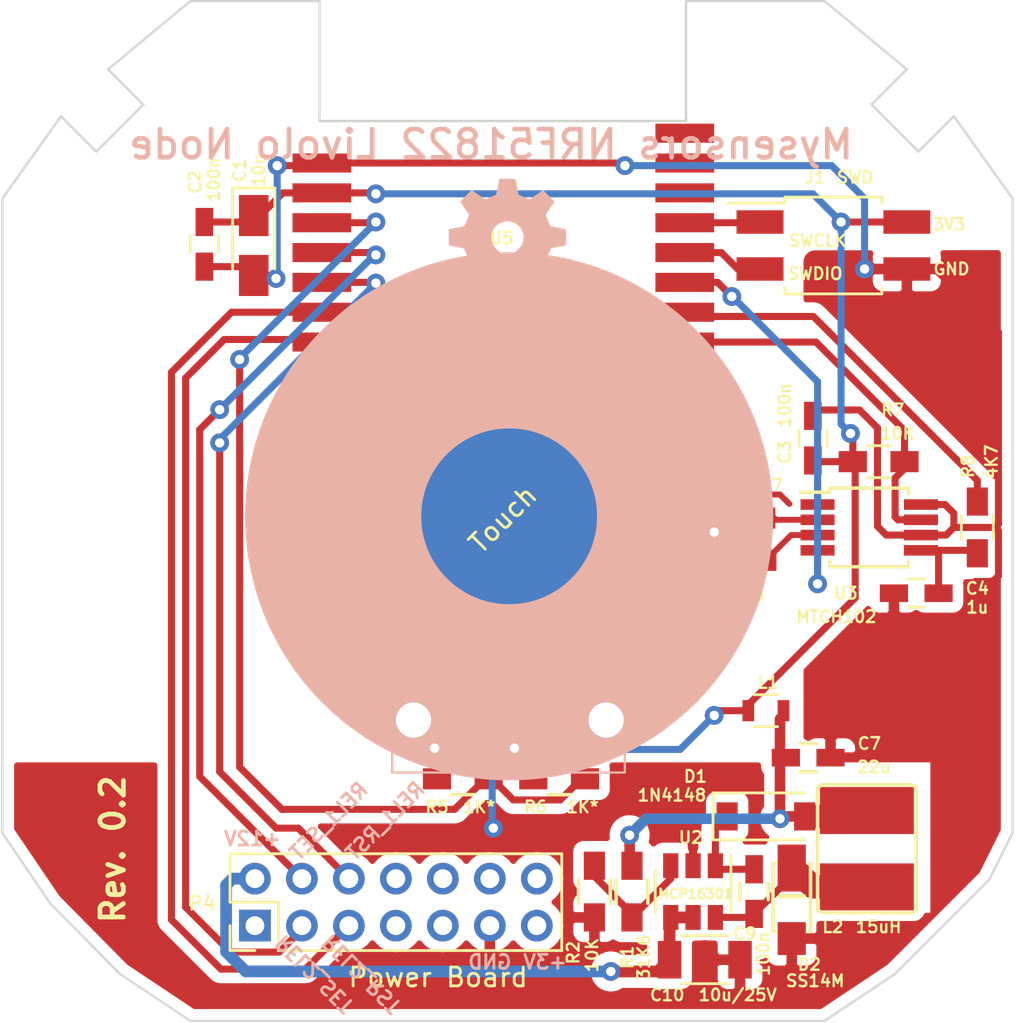
<source format=kicad_pcb>
(kicad_pcb (version 20170123) (host pcbnew no-vcs-found-3ac87f6~59~ubuntu16.04.1)

  (general
    (thickness 1.6)
    (drawings 37)
    (tracks 228)
    (zones 0)
    (modules 31)
    (nets 35)
  )

  (page A4)
  (layers
    (0 F.Cu signal)
    (31 B.Cu signal)
    (32 B.Adhes user)
    (33 F.Adhes user)
    (34 B.Paste user)
    (35 F.Paste user)
    (36 B.SilkS user)
    (37 F.SilkS user)
    (38 B.Mask user)
    (39 F.Mask user)
    (40 Dwgs.User user hide)
    (41 Cmts.User user)
    (42 Eco1.User user)
    (43 Eco2.User user)
    (44 Edge.Cuts user)
    (45 Margin user)
    (46 B.CrtYd user)
    (47 F.CrtYd user)
    (48 B.Fab user)
    (49 F.Fab user)
  )

  (setup
    (last_trace_width 0.25)
    (trace_clearance 0.25)
    (zone_clearance 0.45)
    (zone_45_only no)
    (trace_min 0.2)
    (segment_width 0.2)
    (edge_width 0.1)
    (via_size 0.8)
    (via_drill 0.4)
    (via_min_size 0.4)
    (via_min_drill 0.3)
    (uvia_size 0.3)
    (uvia_drill 0.1)
    (uvias_allowed no)
    (uvia_min_size 0.2)
    (uvia_min_drill 0.1)
    (pcb_text_width 0.3)
    (pcb_text_size 1.5 1.5)
    (mod_edge_width 0.15)
    (mod_text_size 0.5 0.5)
    (mod_text_width 0.1)
    (pad_size 1.5 1.5)
    (pad_drill 0.6)
    (pad_to_mask_clearance 0)
    (aux_axis_origin 0 0)
    (visible_elements 7FFFFF7F)
    (pcbplotparams
      (layerselection 0x010fc_ffffffff)
      (usegerberextensions true)
      (usegerberattributes true)
      (usegerberadvancedattributes true)
      (creategerberjobfile true)
      (excludeedgelayer true)
      (linewidth 0.100000)
      (plotframeref false)
      (viasonmask false)
      (mode 1)
      (useauxorigin false)
      (hpglpennumber 1)
      (hpglpenspeed 20)
      (hpglpendiameter 15)
      (psnegative false)
      (psa4output false)
      (plotreference true)
      (plotvalue true)
      (plotinvisibletext false)
      (padsonsilk false)
      (subtractmaskfromsilk true)
      (outputformat 1)
      (mirror false)
      (drillshape 0)
      (scaleselection 1)
      (outputdirectory gerber/))
  )

  (net 0 "")
  (net 1 +3V3)
  (net 2 GND)
  (net 3 "Net-(C7-Pad1)")
  (net 4 "Net-(C9-Pad2)")
  (net 5 "Net-(C9-Pad1)")
  (net 6 /12Vcc)
  (net 7 "Net-(D5-Pad1)")
  (net 8 "Net-(D6-Pad2)")
  (net 9 /TS1)
  (net 10 /S1_LEDs)
  (net 11 "Net-(R1-Pad1)")
  (net 12 /Relay2_Reset)
  (net 13 /Relay1_Reset)
  (net 14 /Relay2_Set)
  (net 15 /Relay1_Set)
  (net 16 /SWCLK)
  (net 17 /SWDIO)
  (net 18 "Net-(C4-Pad1)")
  (net 19 "Net-(R3-Pad1)")
  (net 20 "Net-(R3-Pad2)")
  (net 21 "Net-(R4-Pad2)")
  (net 22 "Net-(R4-Pad1)")
  (net 23 /MTSA)
  (net 24 /MTPM)
  (net 25 "Net-(P4-Pad14)")
  (net 26 "Net-(P4-Pad13)")
  (net 27 "Net-(P4-Pad12)")
  (net 28 "Net-(P4-Pad10)")
  (net 29 "Net-(P4-Pad9)")
  (net 30 "Net-(P4-Pad8)")
  (net 31 "Net-(P4-Pad7)")
  (net 32 "Net-(P4-Pad1)")
  (net 33 "Net-(U5-Pad8)")
  (net 34 "Net-(U5-Pad7)")

  (net_class Default "This is the default net class."
    (clearance 0.25)
    (trace_width 0.25)
    (via_dia 0.8)
    (via_drill 0.4)
    (uvia_dia 0.3)
    (uvia_drill 0.1)
    (add_net +3V3)
    (add_net /12Vcc)
    (add_net /MTPM)
    (add_net /MTSA)
    (add_net /Relay1_Reset)
    (add_net /Relay1_Set)
    (add_net /Relay2_Reset)
    (add_net /Relay2_Set)
    (add_net /S1_LEDs)
    (add_net /SWCLK)
    (add_net /SWDIO)
    (add_net /TS1)
    (add_net GND)
    (add_net "Net-(C4-Pad1)")
    (add_net "Net-(C7-Pad1)")
    (add_net "Net-(C9-Pad1)")
    (add_net "Net-(C9-Pad2)")
    (add_net "Net-(D5-Pad1)")
    (add_net "Net-(D6-Pad2)")
    (add_net "Net-(P4-Pad1)")
    (add_net "Net-(P4-Pad10)")
    (add_net "Net-(P4-Pad12)")
    (add_net "Net-(P4-Pad13)")
    (add_net "Net-(P4-Pad14)")
    (add_net "Net-(P4-Pad7)")
    (add_net "Net-(P4-Pad8)")
    (add_net "Net-(P4-Pad9)")
    (add_net "Net-(R1-Pad1)")
    (add_net "Net-(R3-Pad1)")
    (add_net "Net-(R3-Pad2)")
    (add_net "Net-(R4-Pad1)")
    (add_net "Net-(R4-Pad2)")
    (add_net "Net-(U5-Pad7)")
    (add_net "Net-(U5-Pad8)")
  )

  (module w_logo:Logo_silk_OSHW_6x6mm locked (layer B.Cu) (tedit 0) (tstamp 5979DAF1)
    (at 142.4 80 180)
    (descr "Open Hardware Logo, 6x6mm")
    (fp_text reference G*** (at 0 0 180) (layer B.SilkS) hide
      (effects (font (size 0.22606 0.22606) (thickness 0.04318)) (justify mirror))
    )
    (fp_text value LOGO (at 0 -0.3 180) (layer B.SilkS) hide
      (effects (font (size 0.22606 0.22606) (thickness 0.04318)) (justify mirror))
    )
    (fp_poly (pts (xy -1.51384 -2.24536) (xy -1.48844 -2.23012) (xy -1.43002 -2.19456) (xy -1.3462 -2.13868)
      (xy -1.24714 -2.07264) (xy -1.14808 -2.0066) (xy -1.0668 -1.95326) (xy -1.01092 -1.91516)
      (xy -0.98552 -1.90246) (xy -0.97282 -1.90754) (xy -0.9271 -1.9304) (xy -0.85852 -1.96596)
      (xy -0.81788 -1.98628) (xy -0.75692 -2.01168) (xy -0.7239 -2.0193) (xy -0.71882 -2.00914)
      (xy -0.69596 -1.96088) (xy -0.6604 -1.8796) (xy -0.61468 -1.77038) (xy -0.5588 -1.64338)
      (xy -0.50292 -1.50876) (xy -0.4445 -1.36906) (xy -0.38862 -1.23444) (xy -0.34036 -1.11506)
      (xy -0.29972 -1.01854) (xy -0.27432 -0.94996) (xy -0.26416 -0.92202) (xy -0.2667 -0.9144)
      (xy -0.29972 -0.88392) (xy -0.35306 -0.84328) (xy -0.47244 -0.74676) (xy -0.58928 -0.60198)
      (xy -0.6604 -0.43688) (xy -0.68326 -0.25146) (xy -0.66294 -0.08128) (xy -0.5969 0.08128)
      (xy -0.4826 0.2286) (xy -0.3429 0.33782) (xy -0.18034 0.4064) (xy 0 0.42926)
      (xy 0.17272 0.40894) (xy 0.34036 0.3429) (xy 0.48768 0.23114) (xy 0.55118 0.16002)
      (xy 0.63754 0.01016) (xy 0.6858 -0.14732) (xy 0.69088 -0.18796) (xy 0.68326 -0.36322)
      (xy 0.63246 -0.5334) (xy 0.53848 -0.68326) (xy 0.40894 -0.80772) (xy 0.3937 -0.81788)
      (xy 0.33528 -0.8636) (xy 0.29464 -0.89408) (xy 0.26416 -0.91948) (xy 0.48768 -1.45796)
      (xy 0.52324 -1.54178) (xy 0.5842 -1.6891) (xy 0.63754 -1.8161) (xy 0.68072 -1.9177)
      (xy 0.7112 -1.98374) (xy 0.7239 -2.01168) (xy 0.7239 -2.01422) (xy 0.74422 -2.01676)
      (xy 0.78486 -2.00152) (xy 0.86106 -1.96596) (xy 0.90932 -1.94056) (xy 0.96774 -1.91262)
      (xy 0.99314 -1.90246) (xy 1.016 -1.91516) (xy 1.06934 -1.95072) (xy 1.15062 -2.00406)
      (xy 1.24714 -2.06756) (xy 1.33858 -2.13106) (xy 1.4224 -2.18694) (xy 1.48336 -2.22504)
      (xy 1.51384 -2.24282) (xy 1.51892 -2.24282) (xy 1.54432 -2.22758) (xy 1.59258 -2.18694)
      (xy 1.66624 -2.11836) (xy 1.77038 -2.01422) (xy 1.78562 -1.99898) (xy 1.87198 -1.91262)
      (xy 1.94056 -1.83896) (xy 1.98628 -1.78816) (xy 2.00406 -1.7653) (xy 2.00406 -1.7653)
      (xy 1.98882 -1.73482) (xy 1.95072 -1.67386) (xy 1.89484 -1.5875) (xy 1.82626 -1.48844)
      (xy 1.64846 -1.22936) (xy 1.74498 -0.98552) (xy 1.77546 -0.90932) (xy 1.81356 -0.82042)
      (xy 1.8415 -0.75438) (xy 1.85674 -0.72644) (xy 1.88214 -0.71628) (xy 1.95072 -0.70104)
      (xy 2.04724 -0.68072) (xy 2.16154 -0.6604) (xy 2.2733 -0.64008) (xy 2.37236 -0.61976)
      (xy 2.44348 -0.60706) (xy 2.4765 -0.59944) (xy 2.48412 -0.59436) (xy 2.49174 -0.57912)
      (xy 2.49428 -0.5461) (xy 2.49682 -0.48514) (xy 2.49936 -0.39116) (xy 2.49936 -0.25146)
      (xy 2.49936 -0.23622) (xy 2.49682 -0.10668) (xy 2.49428 0) (xy 2.49174 0.06604)
      (xy 2.48666 0.09398) (xy 2.48666 0.09398) (xy 2.45618 0.1016) (xy 2.38506 0.11684)
      (xy 2.286 0.13462) (xy 2.16662 0.15748) (xy 2.159 0.16002) (xy 2.04216 0.18288)
      (xy 1.9431 0.2032) (xy 1.87198 0.21844) (xy 1.84404 0.2286) (xy 1.83642 0.23622)
      (xy 1.81356 0.28194) (xy 1.78054 0.3556) (xy 1.7399 0.4445) (xy 1.7018 0.53848)
      (xy 1.66878 0.6223) (xy 1.64592 0.68326) (xy 1.6383 0.7112) (xy 1.64084 0.71374)
      (xy 1.65862 0.74168) (xy 1.69926 0.80264) (xy 1.75514 0.88646) (xy 1.82372 0.98806)
      (xy 1.8288 0.99568) (xy 1.89738 1.09474) (xy 1.95326 1.1811) (xy 1.98882 1.23952)
      (xy 2.00406 1.26746) (xy 2.00406 1.27) (xy 1.9812 1.30048) (xy 1.9304 1.35636)
      (xy 1.85674 1.43256) (xy 1.77038 1.52146) (xy 1.74244 1.54686) (xy 1.64338 1.64338)
      (xy 1.57734 1.70434) (xy 1.53416 1.73736) (xy 1.51384 1.74498) (xy 1.51384 1.74498)
      (xy 1.48336 1.7272) (xy 1.41986 1.68656) (xy 1.33604 1.62814) (xy 1.23444 1.55956)
      (xy 1.22682 1.55448) (xy 1.12776 1.4859) (xy 1.04394 1.43002) (xy 0.98552 1.38938)
      (xy 0.95758 1.37414) (xy 0.95504 1.37414) (xy 0.9144 1.38684) (xy 0.84328 1.41224)
      (xy 0.75438 1.44526) (xy 0.66294 1.48336) (xy 0.57912 1.51892) (xy 0.51562 1.54686)
      (xy 0.48514 1.56464) (xy 0.48514 1.56464) (xy 0.47498 1.6002) (xy 0.4572 1.6764)
      (xy 0.43688 1.778) (xy 0.41148 1.89992) (xy 0.40894 1.92024) (xy 0.38608 2.03962)
      (xy 0.3683 2.13868) (xy 0.35306 2.20726) (xy 0.34544 2.2352) (xy 0.3302 2.23774)
      (xy 0.27178 2.24282) (xy 0.18288 2.24536) (xy 0.07366 2.24536) (xy -0.0381 2.24536)
      (xy -0.14732 2.24282) (xy -0.2413 2.24028) (xy -0.30988 2.2352) (xy -0.33782 2.23012)
      (xy -0.33782 2.22758) (xy -0.34798 2.18948) (xy -0.36576 2.11582) (xy -0.38608 2.01168)
      (xy -0.40894 1.88976) (xy -0.41402 1.8669) (xy -0.43688 1.75006) (xy -0.4572 1.651)
      (xy -0.4699 1.58496) (xy -0.47752 1.55702) (xy -0.49022 1.55194) (xy -0.53848 1.53162)
      (xy -0.61722 1.4986) (xy -0.71628 1.45796) (xy -0.94488 1.36652) (xy -1.22682 1.55702)
      (xy -1.25222 1.5748) (xy -1.35382 1.64338) (xy -1.4351 1.69926) (xy -1.49352 1.73736)
      (xy -1.51638 1.75006) (xy -1.51892 1.75006) (xy -1.54686 1.72466) (xy -1.60274 1.67132)
      (xy -1.67894 1.59766) (xy -1.76784 1.5113) (xy -1.83134 1.44526) (xy -1.91008 1.36652)
      (xy -1.95834 1.31318) (xy -1.98628 1.28016) (xy -1.9939 1.25984) (xy -1.99136 1.2446)
      (xy -1.97358 1.21666) (xy -1.93294 1.1557) (xy -1.87452 1.06934) (xy -1.80594 0.97028)
      (xy -1.75006 0.88646) (xy -1.6891 0.79248) (xy -1.651 0.72644) (xy -1.63576 0.69342)
      (xy -1.64084 0.68072) (xy -1.65862 0.62484) (xy -1.69418 0.54102) (xy -1.73482 0.44196)
      (xy -1.83388 0.22098) (xy -1.97866 0.19304) (xy -2.06756 0.17526) (xy -2.18948 0.1524)
      (xy -2.30886 0.12954) (xy -2.49174 0.09398) (xy -2.49936 -0.58166) (xy -2.47142 -0.59436)
      (xy -2.44348 -0.60198) (xy -2.3749 -0.61722) (xy -2.27838 -0.63754) (xy -2.16154 -0.65786)
      (xy -2.06502 -0.67564) (xy -1.96596 -0.69596) (xy -1.89484 -0.70866) (xy -1.86436 -0.71628)
      (xy -1.8542 -0.72644) (xy -1.83134 -0.7747) (xy -1.79578 -0.8509) (xy -1.75514 -0.94234)
      (xy -1.71704 -1.03632) (xy -1.68148 -1.12522) (xy -1.65862 -1.19126) (xy -1.64846 -1.22428)
      (xy -1.66116 -1.25222) (xy -1.69926 -1.31064) (xy -1.7526 -1.39192) (xy -1.82118 -1.49098)
      (xy -1.88722 -1.5875) (xy -1.94564 -1.67132) (xy -1.98374 -1.73228) (xy -2.00152 -1.76022)
      (xy -1.99136 -1.778) (xy -1.95326 -1.82626) (xy -1.8796 -1.90246) (xy -1.76784 -2.01168)
      (xy -1.75006 -2.02946) (xy -1.6637 -2.11328) (xy -1.59004 -2.18186) (xy -1.5367 -2.22758)
      (xy -1.51384 -2.24536)) (layer B.SilkS) (width 0.00254))
    (fp_line (start -2.64 -3.04) (end -2.59 -3.08) (layer B.SilkS) (width 0.075))
    (fp_line (start -2.66 -3.01) (end -2.64 -3.04) (layer B.SilkS) (width 0.075))
    (fp_line (start -2.68 -2.95) (end -2.66 -3.01) (layer B.SilkS) (width 0.075))
    (fp_line (start -2.68 -2.75) (end -2.68 -2.95) (layer B.SilkS) (width 0.075))
    (fp_line (start -2.46 -2.66) (end -2.51 -2.62) (layer B.SilkS) (width 0.075))
    (fp_line (start -2.44 -2.69) (end -2.46 -2.66) (layer B.SilkS) (width 0.075))
    (fp_line (start -2.42 -2.75) (end -2.44 -2.69) (layer B.SilkS) (width 0.075))
    (fp_line (start -2.42 -2.95) (end -2.42 -2.75) (layer B.SilkS) (width 0.075))
    (fp_line (start -2.44 -3.02) (end -2.42 -2.95) (layer B.SilkS) (width 0.075))
    (fp_line (start -2.46 -3.05) (end -2.44 -3.02) (layer B.SilkS) (width 0.075))
    (fp_line (start -2.51 -3.08) (end -2.46 -3.05) (layer B.SilkS) (width 0.075))
    (fp_line (start -2.59 -3.08) (end -2.51 -3.08) (layer B.SilkS) (width 0.075))
    (fp_line (start -2.65 -2.68) (end -2.68 -2.75) (layer B.SilkS) (width 0.075))
    (fp_line (start -2.63 -2.65) (end -2.65 -2.68) (layer B.SilkS) (width 0.075))
    (fp_line (start -2.59 -2.62) (end -2.63 -2.65) (layer B.SilkS) (width 0.075))
    (fp_line (start -2.51 -2.62) (end -2.59 -2.62) (layer B.SilkS) (width 0.075))
    (fp_line (start -2.2 -3.32) (end -2.2 -2.62) (layer B.SilkS) (width 0.075))
    (fp_line (start -2.15 -3.08) (end -2.2 -3.05) (layer B.SilkS) (width 0.075))
    (fp_line (start -2.05 -3.08) (end -2.15 -3.08) (layer B.SilkS) (width 0.075))
    (fp_line (start -2.01 -3.05) (end -2.05 -3.08) (layer B.SilkS) (width 0.075))
    (fp_line (start -1.99 -3.02) (end -2.01 -3.05) (layer B.SilkS) (width 0.075))
    (fp_line (start -1.97 -2.96) (end -1.99 -3.02) (layer B.SilkS) (width 0.075))
    (fp_line (start -1.97 -2.74) (end -1.97 -2.96) (layer B.SilkS) (width 0.075))
    (fp_line (start -1.99 -2.68) (end -1.97 -2.74) (layer B.SilkS) (width 0.075))
    (fp_line (start -2.02 -2.65) (end -1.99 -2.68) (layer B.SilkS) (width 0.075))
    (fp_line (start -2.06 -2.62) (end -2.02 -2.65) (layer B.SilkS) (width 0.075))
    (fp_line (start -2.16 -2.62) (end -2.06 -2.62) (layer B.SilkS) (width 0.075))
    (fp_line (start -2.2 -2.65) (end -2.16 -2.62) (layer B.SilkS) (width 0.075))
    (fp_line (start -1.61 -3.08) (end -1.56 -3.05) (layer B.SilkS) (width 0.075))
    (fp_line (start -1.71 -3.08) (end -1.61 -3.08) (layer B.SilkS) (width 0.075))
    (fp_line (start -1.75 -3.05) (end -1.71 -3.08) (layer B.SilkS) (width 0.075))
    (fp_line (start -1.77 -2.98) (end -1.75 -3.05) (layer B.SilkS) (width 0.075))
    (fp_line (start -1.77 -2.71) (end -1.77 -2.98) (layer B.SilkS) (width 0.075))
    (fp_line (start -1.74 -2.65) (end -1.77 -2.71) (layer B.SilkS) (width 0.075))
    (fp_line (start -1.7 -2.62) (end -1.74 -2.65) (layer B.SilkS) (width 0.075))
    (fp_line (start -1.6 -2.62) (end -1.7 -2.62) (layer B.SilkS) (width 0.075))
    (fp_line (start -1.56 -2.66) (end -1.6 -2.62) (layer B.SilkS) (width 0.075))
    (fp_line (start -1.54 -2.73) (end -1.56 -2.66) (layer B.SilkS) (width 0.075))
    (fp_line (start -1.54 -2.85) (end -1.54 -2.73) (layer B.SilkS) (width 0.075))
    (fp_line (start -1.32 -2.62) (end -1.32 -3.08) (layer B.SilkS) (width 0.075))
    (fp_line (start -1.11 -2.71) (end -1.11 -3.08) (layer B.SilkS) (width 0.075))
    (fp_line (start -1.13 -2.65) (end -1.11 -2.71) (layer B.SilkS) (width 0.075))
    (fp_line (start -1.17 -2.62) (end -1.13 -2.65) (layer B.SilkS) (width 0.075))
    (fp_line (start -1.26 -2.62) (end -1.17 -2.62) (layer B.SilkS) (width 0.075))
    (fp_line (start -1.3 -2.65) (end -1.26 -2.62) (layer B.SilkS) (width 0.075))
    (fp_line (start -1.32 -2.68) (end -1.3 -2.65) (layer B.SilkS) (width 0.075))
    (fp_line (start -1.54 -2.85) (end -1.77 -2.85) (layer B.SilkS) (width 0.075))
    (fp_line (start -0.49 -2.38) (end -0.49 -3.08) (layer B.SilkS) (width 0.075))
    (fp_line (start -0.28 -2.71) (end -0.28 -3.08) (layer B.SilkS) (width 0.075))
    (fp_line (start -0.3 -2.65) (end -0.28 -2.71) (layer B.SilkS) (width 0.075))
    (fp_line (start -0.34 -2.62) (end -0.3 -2.65) (layer B.SilkS) (width 0.075))
    (fp_line (start -0.42 -2.62) (end -0.34 -2.62) (layer B.SilkS) (width 0.075))
    (fp_line (start -0.47 -2.65) (end -0.42 -2.62) (layer B.SilkS) (width 0.075))
    (fp_line (start -0.49 -2.69) (end -0.47 -2.65) (layer B.SilkS) (width 0.075))
    (fp_line (start 0.18 -2.71) (end 0.18 -3.08) (layer B.SilkS) (width 0.075))
    (fp_line (start 0.15 -2.65) (end 0.18 -2.71) (layer B.SilkS) (width 0.075))
    (fp_line (start 0.11 -2.62) (end 0.15 -2.65) (layer B.SilkS) (width 0.075))
    (fp_line (start 0.01 -2.62) (end 0.11 -2.62) (layer B.SilkS) (width 0.075))
    (fp_line (start -0.04 -2.65) (end 0.01 -2.62) (layer B.SilkS) (width 0.075))
    (fp_line (start 0.02 -2.81) (end -0.03 -2.84) (layer B.SilkS) (width 0.075))
    (fp_line (start 0.14 -2.81) (end 0.02 -2.81) (layer B.SilkS) (width 0.075))
    (fp_line (start 0.18 -2.78) (end 0.14 -2.81) (layer B.SilkS) (width 0.075))
    (fp_line (start 0.13 -3.08) (end 0.18 -3.04) (layer B.SilkS) (width 0.075))
    (fp_line (start 0.01 -3.08) (end 0.13 -3.08) (layer B.SilkS) (width 0.075))
    (fp_line (start -0.04 -3.04) (end 0.01 -3.08) (layer B.SilkS) (width 0.075))
    (fp_line (start -0.06 -2.98) (end -0.04 -3.04) (layer B.SilkS) (width 0.075))
    (fp_line (start -0.06 -2.91) (end -0.06 -2.98) (layer B.SilkS) (width 0.075))
    (fp_line (start -0.03 -2.84) (end -0.06 -2.91) (layer B.SilkS) (width 0.075))
    (fp_line (start 0.42 -2.62) (end 0.42 -3.08) (layer B.SilkS) (width 0.075))
    (fp_line (start 0.51 -2.62) (end 0.56 -2.62) (layer B.SilkS) (width 0.075))
    (fp_line (start 0.46 -2.65) (end 0.51 -2.62) (layer B.SilkS) (width 0.075))
    (fp_line (start 0.44 -2.67) (end 0.46 -2.65) (layer B.SilkS) (width 0.075))
    (fp_line (start 0.42 -2.74) (end 0.44 -2.67) (layer B.SilkS) (width 0.075))
    (fp_line (start 0.94 -2.38) (end 0.94 -3.08) (layer B.SilkS) (width 0.075))
    (fp_line (start 0.88 -2.61) (end 0.94 -2.65) (layer B.SilkS) (width 0.075))
    (fp_line (start 0.81 -2.61) (end 0.88 -2.61) (layer B.SilkS) (width 0.075))
    (fp_line (start 0.75 -2.65) (end 0.81 -2.61) (layer B.SilkS) (width 0.075))
    (fp_line (start 0.73 -2.68) (end 0.75 -2.65) (layer B.SilkS) (width 0.075))
    (fp_line (start 0.7 -2.75) (end 0.73 -2.68) (layer B.SilkS) (width 0.075))
    (fp_line (start 0.7 -2.95) (end 0.7 -2.75) (layer B.SilkS) (width 0.075))
    (fp_line (start 0.73 -3.02) (end 0.7 -2.95) (layer B.SilkS) (width 0.075))
    (fp_line (start 0.75 -3.05) (end 0.73 -3.02) (layer B.SilkS) (width 0.075))
    (fp_line (start 0.79 -3.08) (end 0.75 -3.05) (layer B.SilkS) (width 0.075))
    (fp_line (start 0.9 -3.08) (end 0.79 -3.08) (layer B.SilkS) (width 0.075))
    (fp_line (start 0.94 -3.05) (end 0.9 -3.08) (layer B.SilkS) (width 0.075))
    (fp_line (start 1.42 -3.08) (end 1.52 -2.62) (layer B.SilkS) (width 0.075))
    (fp_line (start 1.32 -2.74) (end 1.42 -3.08) (layer B.SilkS) (width 0.075))
    (fp_line (start 1.23 -3.08) (end 1.32 -2.74) (layer B.SilkS) (width 0.075))
    (fp_line (start 1.13 -2.62) (end 1.23 -3.08) (layer B.SilkS) (width 0.075))
    (fp_line (start 1.71 -2.84) (end 1.68 -2.91) (layer B.SilkS) (width 0.075))
    (fp_line (start 1.68 -2.91) (end 1.68 -2.98) (layer B.SilkS) (width 0.075))
    (fp_line (start 1.68 -2.98) (end 1.7 -3.04) (layer B.SilkS) (width 0.075))
    (fp_line (start 1.7 -3.04) (end 1.75 -3.08) (layer B.SilkS) (width 0.075))
    (fp_line (start 1.75 -3.08) (end 1.87 -3.08) (layer B.SilkS) (width 0.075))
    (fp_line (start 1.87 -3.08) (end 1.92 -3.04) (layer B.SilkS) (width 0.075))
    (fp_line (start 1.92 -2.78) (end 1.88 -2.81) (layer B.SilkS) (width 0.075))
    (fp_line (start 1.88 -2.81) (end 1.76 -2.81) (layer B.SilkS) (width 0.075))
    (fp_line (start 1.76 -2.81) (end 1.71 -2.84) (layer B.SilkS) (width 0.075))
    (fp_line (start 1.7 -2.65) (end 1.75 -2.62) (layer B.SilkS) (width 0.075))
    (fp_line (start 1.75 -2.62) (end 1.85 -2.62) (layer B.SilkS) (width 0.075))
    (fp_line (start 1.85 -2.62) (end 1.89 -2.65) (layer B.SilkS) (width 0.075))
    (fp_line (start 1.89 -2.65) (end 1.92 -2.71) (layer B.SilkS) (width 0.075))
    (fp_line (start 1.92 -2.71) (end 1.92 -3.08) (layer B.SilkS) (width 0.075))
    (fp_line (start 2.67 -2.85) (end 2.44 -2.85) (layer B.SilkS) (width 0.075))
    (fp_line (start 2.67 -2.85) (end 2.67 -2.73) (layer B.SilkS) (width 0.075))
    (fp_line (start 2.67 -2.73) (end 2.65 -2.66) (layer B.SilkS) (width 0.075))
    (fp_line (start 2.65 -2.66) (end 2.61 -2.62) (layer B.SilkS) (width 0.075))
    (fp_line (start 2.61 -2.62) (end 2.51 -2.62) (layer B.SilkS) (width 0.075))
    (fp_line (start 2.51 -2.62) (end 2.47 -2.65) (layer B.SilkS) (width 0.075))
    (fp_line (start 2.47 -2.65) (end 2.44 -2.71) (layer B.SilkS) (width 0.075))
    (fp_line (start 2.44 -2.71) (end 2.44 -2.98) (layer B.SilkS) (width 0.075))
    (fp_line (start 2.44 -2.98) (end 2.46 -3.05) (layer B.SilkS) (width 0.075))
    (fp_line (start 2.46 -3.05) (end 2.5 -3.08) (layer B.SilkS) (width 0.075))
    (fp_line (start 2.5 -3.08) (end 2.6 -3.08) (layer B.SilkS) (width 0.075))
    (fp_line (start 2.6 -3.08) (end 2.65 -3.05) (layer B.SilkS) (width 0.075))
    (fp_line (start 2.16 -2.74) (end 2.18 -2.67) (layer B.SilkS) (width 0.075))
    (fp_line (start 2.18 -2.67) (end 2.2 -2.65) (layer B.SilkS) (width 0.075))
    (fp_line (start 2.2 -2.65) (end 2.25 -2.62) (layer B.SilkS) (width 0.075))
    (fp_line (start 2.25 -2.62) (end 2.3 -2.62) (layer B.SilkS) (width 0.075))
    (fp_line (start 2.16 -2.62) (end 2.16 -3.08) (layer B.SilkS) (width 0.075))
  )

  (module myfootprints:Livolo_EU_SW_1_Channel_1Way_Frame_VL-C702X-2_Ver_C1 locked (layer B.Cu) (tedit 5910668F) (tstamp 595234D5)
    (at 142.3 92 180)
    (fp_text reference REF** (at -0.3 -0.5 180) (layer B.SilkS) hide
      (effects (font (size 0.5 0.5) (thickness 0.1)) (justify mirror))
    )
    (fp_text value Livolo_EU_SW_2Ways_Frame_VL-C702X-2_Ver_C1 (at 0 0.5 180) (layer B.Fab) hide
      (effects (font (size 0.5 0.5) (thickness 0.1)) (justify mirror))
    )
    (fp_line (start -1.1 -10.57522) (end -1.1 -9.577) (layer Dwgs.User) (width 0.1))
    (fp_circle (center -0.169276 -0.109512) (end 7.475 0.125) (layer B.SilkS) (width 0.1))
    (fp_line (start 3.297 -10.57522) (end 0.756938 -10.57522) (layer Dwgs.User) (width 0.1))
    (fp_line (start -3.640062 -10.57522) (end -3.640062 -9.575) (layer Dwgs.User) (width 0.1))
    (fp_line (start 3.357 -9.577) (end 0.817 -9.577) (layer Dwgs.User) (width 0.1))
    (fp_line (start 4.8048 -11.030002) (end 4.8048 -5.974511) (layer B.SilkS) (width 0.1))
    (fp_circle (center -4.247575 -8.803) (end -3.545536 -9.057) (layer Dwgs.User) (width 0.15))
    (fp_line (start 0.757 -10.57522) (end 0.757 -9.577) (layer Dwgs.User) (width 0.1))
    (fp_line (start 3.297 -9.577) (end 0.757 -9.577) (layer Dwgs.User) (width 0.1))
    (fp_line (start -1.1 -9.577) (end -3.64 -9.577) (layer Dwgs.User) (width 0.1))
    (fp_line (start -5.09516 -11.030002) (end -5.09516 -5.974511) (layer B.SilkS) (width 0.1))
    (fp_line (start 3.357 -10.57522) (end 3.357 -9.577) (layer Dwgs.User) (width 0.1))
    (fp_line (start 3.357 -10.57522) (end 0.816938 -10.57522) (layer Dwgs.User) (width 0.1))
    (fp_circle (center 3.992 -8.818425) (end 4.694039 -9.072425) (layer Dwgs.User) (width 0.15))
    (fp_line (start -1.1 -10.57522) (end -3.640062 -10.57522) (layer Dwgs.User) (width 0.1))
    (fp_line (start 4.800006 -11.03202) (end -5.09 -11.03202) (layer B.SilkS) (width 0.1))
    (fp_line (start -16.61922 -19.58594) (end -13.61694 -21.58492) (layer Dwgs.User) (width 0.1))
    (fp_line (start 13.38072 -21.58492) (end 16.383 -19.58594) (layer Dwgs.User) (width 0.1))
    (fp_line (start 16.88084 18.91538) (end 15.38224 17.41424) (layer Dwgs.User) (width 0.1))
    (fp_line (start -13.61694 21.41474) (end 13.38072 21.41474) (layer Dwgs.User) (width 0.1))
    (fp_line (start 18.88236 16.9164) (end 21.38172 13.41628) (layer Dwgs.User) (width 0.1))
    (fp_line (start -13.61694 -21.58492) (end 13.38072 -21.58492) (layer Dwgs.User) (width 0.1))
    (fp_circle (center 10.652024 -15.552928) (end 11.203748 -15.552928) (layer Dwgs.User) (width 0.1))
    (fp_line (start -15.61846 17.41424) (end -17.11706 18.91538) (layer Dwgs.User) (width 0.1))
    (fp_line (start 13.38072 21.41474) (end 16.88084 18.91538) (layer Dwgs.User) (width 0.1))
    (fp_line (start 15.38224 17.41424) (end 17.38122 15.41526) (layer Dwgs.User) (width 0.1))
    (fp_line (start -21.61794 -13.58392) (end -20.61718 -15.58544) (layer Dwgs.User) (width 0.1))
    (fp_line (start -20.61718 -15.58544) (end -16.61922 -19.58594) (layer Dwgs.User) (width 0.1))
    (fp_line (start 17.38122 15.41526) (end 18.88236 16.9164) (layer Dwgs.User) (width 0.1))
    (fp_line (start 16.383 -19.58594) (end 19.38274 -16.58366) (layer Dwgs.User) (width 0.1))
    (fp_line (start 19.38274 -16.58366) (end 21.38172 -13.58392) (layer Dwgs.User) (width 0.1))
    (fp_line (start -21.61794 13.41628) (end -19.11858 16.9164) (layer Dwgs.User) (width 0.1))
    (fp_line (start -19.11858 16.9164) (end -17.61744 15.41526) (layer Dwgs.User) (width 0.1))
    (fp_line (start -17.11706 18.91538) (end -13.61694 21.41474) (layer Dwgs.User) (width 0.1))
    (fp_line (start -21.61794 -13.58392) (end -21.61794 13.41628) (layer Dwgs.User) (width 0.1))
    (fp_line (start 21.38172 -13.58392) (end 21.38172 13.41628) (layer Dwgs.User) (width 0.1))
    (fp_line (start -17.61744 15.41526) (end -15.61846 17.41424) (layer Dwgs.User) (width 0.1))
    (fp_circle (center 8.652024 -15.552928) (end 9.203748 -15.552928) (layer Dwgs.User) (width 0.1))
    (fp_circle (center 6.652024 -15.552928) (end 7.203748 -15.552928) (layer Dwgs.User) (width 0.1))
    (fp_circle (center 4.652024 -15.552928) (end 5.203748 -15.552928) (layer Dwgs.User) (width 0.1))
    (fp_circle (center 2.652024 -15.552928) (end 3.203748 -15.552928) (layer Dwgs.User) (width 0.1))
    (fp_circle (center 0.652024 -15.552928) (end 1.203748 -15.552928) (layer Dwgs.User) (width 0.1))
    (fp_circle (center -1.347976 -15.552928) (end -0.796252 -15.552928) (layer Dwgs.User) (width 0.1))
    (fp_circle (center 10.652024 -17.552928) (end 11.203748 -17.552928) (layer Dwgs.User) (width 0.1))
    (fp_circle (center 8.652024 -17.552928) (end 9.203748 -17.552928) (layer Dwgs.User) (width 0.1))
    (fp_circle (center 6.652024 -17.552928) (end 7.203748 -17.552928) (layer Dwgs.User) (width 0.1))
    (fp_circle (center 4.652024 -17.552928) (end 5.203748 -17.552928) (layer Dwgs.User) (width 0.1))
    (fp_circle (center 2.652024 -17.552928) (end 3.203748 -17.552928) (layer Dwgs.User) (width 0.1))
    (fp_circle (center 0.652024 -17.552928) (end 1.203748 -17.552928) (layer Dwgs.User) (width 0.1))
    (fp_circle (center -1.347976 -17.552928) (end -0.796252 -17.552928) (layer Dwgs.User) (width 0.1))
  )

  (module Pin_Headers:Pin_Header_Straight_2x02_Pitch2.00mm_SMD (layer F.Cu) (tedit 594A0E13) (tstamp 59483961)
    (at 156.275 80.6)
    (descr "surface-mounted straight pin header, 2x02, 2.00mm pitch, double rows")
    (tags "Surface mounted pin header SMD 2x02 2.00mm double row")
    (path /594872D4)
    (attr smd)
    (fp_text reference J1 (at -0.775 -2.9) (layer F.SilkS)
      (effects (font (size 0.5 0.5) (thickness 0.1)))
    )
    (fp_text value SWD (at 0.925 -2.9) (layer F.SilkS)
      (effects (font (size 0.5 0.5) (thickness 0.1)))
    )
    (fp_text user %R (at 0 -3.06) (layer F.Fab) hide
      (effects (font (size 1 1) (thickness 0.15)))
    )
    (fp_line (start 5 -2.5) (end -5 -2.5) (layer F.CrtYd) (width 0.05))
    (fp_line (start 5 2.5) (end 5 -2.5) (layer F.CrtYd) (width 0.05))
    (fp_line (start -5 2.5) (end 5 2.5) (layer F.CrtYd) (width 0.05))
    (fp_line (start -5 -2.5) (end -5 2.5) (layer F.CrtYd) (width 0.05))
    (fp_line (start -4.5 -1.8) (end -2.06 -1.8) (layer F.SilkS) (width 0.12))
    (fp_line (start 2.06 2.06) (end 2.06 1.8) (layer F.SilkS) (width 0.12))
    (fp_line (start -2.06 2.06) (end 2.06 2.06) (layer F.SilkS) (width 0.12))
    (fp_line (start -2.06 1.8) (end -2.06 2.06) (layer F.SilkS) (width 0.12))
    (fp_line (start 2.06 -2.06) (end 2.06 -1.8) (layer F.SilkS) (width 0.12))
    (fp_line (start -2.06 -2.06) (end 2.06 -2.06) (layer F.SilkS) (width 0.12))
    (fp_line (start -2.06 -1.8) (end -2.06 -2.06) (layer F.SilkS) (width 0.12))
    (fp_line (start 3 0.75) (end 2 0.75) (layer F.Fab) (width 0.1))
    (fp_line (start 3 1.25) (end 3 0.75) (layer F.Fab) (width 0.1))
    (fp_line (start 2 1.25) (end 3 1.25) (layer F.Fab) (width 0.1))
    (fp_line (start 2 0.75) (end 2 1.25) (layer F.Fab) (width 0.1))
    (fp_line (start -3 0.75) (end -2 0.75) (layer F.Fab) (width 0.1))
    (fp_line (start -3 1.25) (end -3 0.75) (layer F.Fab) (width 0.1))
    (fp_line (start -2 1.25) (end -3 1.25) (layer F.Fab) (width 0.1))
    (fp_line (start -2 0.75) (end -2 1.25) (layer F.Fab) (width 0.1))
    (fp_line (start 3 -1.25) (end 2 -1.25) (layer F.Fab) (width 0.1))
    (fp_line (start 3 -0.75) (end 3 -1.25) (layer F.Fab) (width 0.1))
    (fp_line (start 2 -0.75) (end 3 -0.75) (layer F.Fab) (width 0.1))
    (fp_line (start 2 -1.25) (end 2 -0.75) (layer F.Fab) (width 0.1))
    (fp_line (start -3 -1.25) (end -2 -1.25) (layer F.Fab) (width 0.1))
    (fp_line (start -3 -0.75) (end -3 -1.25) (layer F.Fab) (width 0.1))
    (fp_line (start -2 -0.75) (end -3 -0.75) (layer F.Fab) (width 0.1))
    (fp_line (start -2 -1.25) (end -2 -0.75) (layer F.Fab) (width 0.1))
    (fp_line (start 2 -2) (end -2 -2) (layer F.Fab) (width 0.1))
    (fp_line (start 2 2) (end 2 -2) (layer F.Fab) (width 0.1))
    (fp_line (start -2 2) (end 2 2) (layer F.Fab) (width 0.1))
    (fp_line (start -2 -2) (end -2 2) (layer F.Fab) (width 0.1))
    (pad 4 smd rect (at 3.125 1) (size 2 1) (layers F.Cu F.Paste F.Mask)
      (net 2 GND))
    (pad 3 smd rect (at -3.125 1) (size 2 1) (layers F.Cu F.Paste F.Mask)
      (net 17 /SWDIO))
    (pad 2 smd rect (at 3.125 -1) (size 2 1) (layers F.Cu F.Paste F.Mask)
      (net 1 +3V3))
    (pad 1 smd rect (at -3.125 -1) (size 2 1) (layers F.Cu F.Paste F.Mask)
      (net 16 /SWCLK))
  )

  (module myfootprints:PTR5518 (layer F.Cu) (tedit 594A0C7C) (tstamp 59483962)
    (at 142.6294 79.8332)
    (path /59483574)
    (attr smd)
    (fp_text reference U5 (at -0.4826 0.4572) (layer F.SilkS)
      (effects (font (size 0.5 0.5) (thickness 0.1)))
    )
    (fp_text value PTR5518 (at -0.254 2.1082) (layer F.SilkS)
      (effects (font (size 0.5 0.5) (thickness 0.1)))
    )
    (fp_line (start 7.366 -4.5466) (end -8.255 -9.2766) (layer Dwgs.User) (width 0.15))
    (fp_line (start -8.255 -4.5466) (end 7.366 -9.271) (layer Dwgs.User) (width 0.15))
    (fp_line (start 7.366244 -4.5466) (end -8.255 -4.5466) (layer F.Fab) (width 0.15))
    (fp_line (start 7.366244 -4.5466) (end 7.366244 -9.2766) (layer F.Fab) (width 0.15))
    (fp_line (start 7.366244 -9.2766) (end -8.255 -9.2766) (layer F.Fab) (width 0.15))
    (fp_line (start -8.255 -3.2766) (end -8.255 -9.2766) (layer F.Fab) (width 0.15))
    (fp_line (start -8.255 6.096) (end -8.255 5.436874) (layer F.SilkS) (width 0.15))
    (fp_line (start 7.366 6.096) (end -8.255244 6.096) (layer F.SilkS) (width 0.15))
    (fp_line (start 7.366 5.461) (end 7.366 6.096507) (layer F.SilkS) (width 0.15))
    (pad 15 smd rect (at -8.1294 4.8768 270) (size 0.8128 2.5) (layers F.Cu F.Paste F.Mask)
      (net 12 /Relay2_Reset))
    (pad 1 smd rect (at 7.3166 4.8768 270) (size 0.8128 2.5) (layers F.Cu F.Paste F.Mask)
      (net 9 /TS1))
    (pad 14 smd rect (at -8.1294 3.6068 270) (size 0.8128 2.5) (layers F.Cu F.Paste F.Mask)
      (net 14 /Relay2_Set))
    (pad 2 smd rect (at 7.3166 3.6068 270) (size 0.8128 2.5) (layers F.Cu F.Paste F.Mask)
      (net 23 /MTSA))
    (pad 13 smd rect (at -8.1294 2.3368 270) (size 0.8128 2.5) (layers F.Cu F.Paste F.Mask)
      (net 13 /Relay1_Reset))
    (pad 3 smd rect (at 7.3166 2.3368 270) (size 0.8128 2.5) (layers F.Cu F.Paste F.Mask)
      (net 24 /MTPM))
    (pad 12 smd rect (at -8.1294 1.0668 270) (size 0.8128 2.5) (layers F.Cu F.Paste F.Mask)
      (net 15 /Relay1_Set))
    (pad 4 smd rect (at 7.3166 1.0668 270) (size 0.8128 2.5) (layers F.Cu F.Paste F.Mask)
      (net 17 /SWDIO))
    (pad 11 smd rect (at -8.1294 -0.2032 270) (size 0.8128 2.5) (layers F.Cu F.Paste F.Mask)
      (net 10 /S1_LEDs))
    (pad 5 smd rect (at 7.3166 -0.2032 270) (size 0.8128 2.5) (layers F.Cu F.Paste F.Mask)
      (net 16 /SWCLK))
    (pad 10 smd rect (at -8.1294 -1.4732 270) (size 0.8128 2.5) (layers F.Cu F.Paste F.Mask)
      (net 1 +3V3))
    (pad 6 smd rect (at 7.3166 -1.4732 270) (size 0.8128 2.5) (layers F.Cu F.Paste F.Mask))
    (pad 9 smd rect (at -8.1294 -2.7432 270) (size 0.8128 2.5) (layers F.Cu F.Paste F.Mask)
      (net 2 GND))
    (pad 7 smd rect (at 7.3166 -2.7432 270) (size 0.8128 2.5) (layers F.Cu F.Paste F.Mask)
      (net 34 "Net-(U5-Pad7)"))
    (pad 8 smd rect (at 7.3166 -4.0132 270) (size 0.8128 2.5) (layers F.Cu F.Paste F.Mask)
      (net 33 "Net-(U5-Pad8)"))
    (model ${KISYS3DMOD}/Radio_Modules.3dshapes/PTR5518.stp
      (at (xyz 0 0 0))
      (scale (xyz 1 1 1))
      (rotate (xyz 0 0 0))
    )
  )

  (module myfootprints:VLCF4020T-150MR68 (layer F.Cu) (tedit 5979D357) (tstamp 586E5C30)
    (at 157.7 106.4)
    (path /586CFA44)
    (fp_text reference L2 (at -1.45 3.2 -180) (layer F.SilkS)
      (effects (font (size 0.5 0.5) (thickness 0.1)))
    )
    (fp_text value 15uH (at 0.5 3.2) (layer F.SilkS)
      (effects (font (size 0.5 0.5) (thickness 0.1)))
    )
    (fp_line (start -2.1 2.475) (end -1.925 2.6) (layer F.SilkS) (width 0.15))
    (fp_line (start 2.1 2.45) (end 1.975 2.6) (layer F.SilkS) (width 0.15))
    (fp_line (start 1.975 2.6) (end -1.9 2.6) (layer F.SilkS) (width 0.15))
    (fp_line (start 2.1 -2.75) (end 1.9 -2.85) (layer F.SilkS) (width 0.15))
    (fp_line (start 2.1 2.45) (end 2.1 -2.75) (layer F.SilkS) (width 0.15))
    (fp_line (start -1.9 -2.85) (end 1.9 -2.85) (layer F.SilkS) (width 0.15))
    (fp_line (start -2.1 2.475) (end -2.1 -2.725) (layer F.SilkS) (width 0.15))
    (fp_line (start -2.1 -2.725) (end -1.9 -2.85) (layer F.SilkS) (width 0.15))
    (pad 1 smd rect (at 0 -1.75) (size 4 2) (layers F.Cu F.Paste F.Mask)
      (net 3 "Net-(C7-Pad1)"))
    (pad 2 smd rect (at 0 1.5) (size 4 2) (layers F.Cu F.Paste F.Mask)
      (net 4 "Net-(C9-Pad2)"))
    (model ${KISYS3DMOD}/Inductors.3dshapes/IFSC-1515AH-01_sp.step
      (at (xyz 0 0 0))
      (scale (xyz 1 1 1))
      (rotate (xyz 0 0 0))
    )
  )

  (module myfootprints:SS14M (layer F.Cu) (tedit 58E37FED) (tstamp 586E5B7F)
    (at 154.5 108.6 270)
    (path /586CFC73)
    (fp_text reference D2 (at 2.6 -0.75) (layer F.SilkS)
      (effects (font (size 0.5 0.5) (thickness 0.1)))
    )
    (fp_text value SS14M (at 3.3 -1) (layer F.SilkS)
      (effects (font (size 0.5 0.5) (thickness 0.1)))
    )
    (fp_line (start -0.3 -0.5) (end -0.3 0.5) (layer F.SilkS) (width 0.2))
    (fp_line (start 1.2 -0.8) (end 1.2 -0.7) (layer F.SilkS) (width 0.15))
    (fp_line (start -1.7 -0.8) (end 1.2 -0.8) (layer F.SilkS) (width 0.15))
    (fp_line (start -1.7 0.8) (end 1.201723 0.8) (layer F.SilkS) (width 0.15))
    (fp_line (start 1.2 0.7) (end 1.2 0.8) (layer F.SilkS) (width 0.15))
    (fp_line (start -1.7 0.7) (end -1.7 0.8) (layer F.SilkS) (width 0.15))
    (fp_line (start -1.7 -0.8) (end -1.7 -0.7) (layer F.SilkS) (width 0.15))
    (pad 1 smd rect (at -1.5 0 270) (size 2 1.2) (layers F.Cu F.Paste F.Mask)
      (net 4 "Net-(C9-Pad2)"))
    (pad 2 smd rect (at 1.5 0 270) (size 1.4 1.2) (layers F.Cu F.Paste F.Mask)
      (net 2 GND))
    (model ${KISYS3DMOD}/DO_Packages_SMD.3dshapes/DO-219AB.stp
      (at (xyz 0 0 0))
      (scale (xyz 1 1 1))
      (rotate (xyz 0 0 180))
    )
  )

  (module Resistors_SMD:R_0603_HandSoldering (layer F.Cu) (tedit 586E4F31) (tstamp 586E5C7F)
    (at 146.1 108.1 90)
    (descr "Resistor SMD 0603, hand soldering")
    (tags "resistor 0603")
    (path /586D0315)
    (attr smd)
    (fp_text reference R2 (at -2.6 -0.9 90) (layer F.SilkS)
      (effects (font (size 0.5 0.5) (thickness 0.1)))
    )
    (fp_text value 10K (at -2.7 -0.1 90) (layer F.SilkS)
      (effects (font (size 0.5 0.5) (thickness 0.1)))
    )
    (fp_line (start -0.5 -0.675) (end 0.5 -0.675) (layer F.SilkS) (width 0.15))
    (fp_line (start 0.5 0.675) (end -0.5 0.675) (layer F.SilkS) (width 0.15))
    (fp_line (start 2 -0.8) (end 2 0.8) (layer F.CrtYd) (width 0.05))
    (fp_line (start -2 -0.8) (end -2 0.8) (layer F.CrtYd) (width 0.05))
    (fp_line (start -2 0.8) (end 2 0.8) (layer F.CrtYd) (width 0.05))
    (fp_line (start -2 -0.8) (end 2 -0.8) (layer F.CrtYd) (width 0.05))
    (fp_line (start -0.8 -0.4) (end 0.8 -0.4) (layer F.Fab) (width 0.1))
    (fp_line (start 0.8 -0.4) (end 0.8 0.4) (layer F.Fab) (width 0.1))
    (fp_line (start 0.8 0.4) (end -0.8 0.4) (layer F.Fab) (width 0.1))
    (fp_line (start -0.8 0.4) (end -0.8 -0.4) (layer F.Fab) (width 0.1))
    (pad 2 smd rect (at 1.1 0 90) (size 1.2 0.9) (layers F.Cu F.Paste F.Mask)
      (net 11 "Net-(R1-Pad1)"))
    (pad 1 smd rect (at -1.1 0 90) (size 1.2 0.9) (layers F.Cu F.Paste F.Mask)
      (net 2 GND))
    (model Resistors_SMD.3dshapes/R_0603_HandSoldering.stp
      (at (xyz 0 0 0))
      (scale (xyz 1 1 1))
      (rotate (xyz 0 0 0))
    )
  )

  (module TO_SOT_Packages_SMD:SOT-23-6 (layer F.Cu) (tedit 597ADD75) (tstamp 586E5D06)
    (at 150.3 108.1 270)
    (descr "6-pin SOT-23 package")
    (tags SOT-23-6)
    (path /586CDA6D)
    (attr smd)
    (fp_text reference U2 (at -2.3 0.1) (layer F.SilkS)
      (effects (font (size 0.5 0.5) (thickness 0.1)))
    )
    (fp_text value MCP16301 (at 0.1 -0.1 180) (layer F.SilkS)
      (effects (font (size 0.4 0.4) (thickness 0.1)))
    )
    (fp_line (start 0.9 -1.55) (end 0.9 1.55) (layer F.Fab) (width 0.15))
    (fp_line (start 0.9 1.55) (end -0.9 1.55) (layer F.Fab) (width 0.15))
    (fp_line (start -0.9 -1.55) (end -0.9 1.55) (layer F.Fab) (width 0.15))
    (fp_line (start 0.9 -1.55) (end -0.9 -1.55) (layer F.Fab) (width 0.15))
    (fp_line (start -1.9 -1.8) (end -1.9 1.8) (layer F.CrtYd) (width 0.05))
    (fp_line (start -1.9 1.8) (end 1.9 1.8) (layer F.CrtYd) (width 0.05))
    (fp_line (start 1.9 1.8) (end 1.9 -1.8) (layer F.CrtYd) (width 0.05))
    (fp_line (start 1.9 -1.8) (end -1.9 -1.8) (layer F.CrtYd) (width 0.05))
    (fp_line (start 0.9 -1.61) (end -1.55 -1.61) (layer F.SilkS) (width 0.12))
    (fp_line (start -0.9 1.61) (end 0.9 1.61) (layer F.SilkS) (width 0.12))
    (pad 5 smd rect (at 1.1 0 270) (size 1.06 0.65) (layers F.Cu F.Paste F.Mask)
      (net 6 /12Vcc))
    (pad 6 smd rect (at 1.1 -0.95 270) (size 1.06 0.65) (layers F.Cu F.Paste F.Mask)
      (net 4 "Net-(C9-Pad2)"))
    (pad 4 smd rect (at 1.1 0.95 270) (size 1.06 0.65) (layers F.Cu F.Paste F.Mask)
      (net 6 /12Vcc))
    (pad 3 smd rect (at -1.1 0.95 270) (size 1.06 0.65) (layers F.Cu F.Paste F.Mask)
      (net 11 "Net-(R1-Pad1)"))
    (pad 2 smd rect (at -1.1 0 270) (size 1.06 0.65) (layers F.Cu F.Paste F.Mask)
      (net 2 GND))
    (pad 1 smd rect (at -1.1 -0.95 270) (size 1.06 0.65) (layers F.Cu F.Paste F.Mask)
      (net 5 "Net-(C9-Pad1)"))
    (model ${KISYS3DMOD}/SOT_Packages_SMD.3dshapes/SOT23-6.stp
      (at (xyz 0 0 0))
      (scale (xyz 1 1 1))
      (rotate (xyz 0 0 0))
    )
  )

  (module myfootprints:hole_1.5mm locked (layer F.Cu) (tedit 587347E2) (tstamp 58737615)
    (at 146.6 100.8)
    (fp_text reference REF** (at 0 0.5) (layer F.SilkS) hide
      (effects (font (size 0.5 0.5) (thickness 0.1)))
    )
    (fp_text value hole_1.5mm (at 0 -0.5) (layer F.Fab) hide
      (effects (font (size 0.5 0.5) (thickness 0.1)))
    )
    (pad "" np_thru_hole circle (at 0 0) (size 1.5 1.5) (drill 1.5) (layers *.Cu *.Mask))
  )

  (module myfootprints:hole_1.5mm locked (layer F.Cu) (tedit 587347E2) (tstamp 58734958)
    (at 138.4 100.8)
    (fp_text reference REF** (at 0 0.5) (layer F.SilkS) hide
      (effects (font (size 0.5 0.5) (thickness 0.1)))
    )
    (fp_text value hole_1.5mm (at 0 -0.5) (layer F.Fab) hide
      (effects (font (size 0.5 0.5) (thickness 0.1)))
    )
    (pad "" np_thru_hole circle (at 0 0) (size 1.5 1.5) (drill 1.5) (layers *.Cu *.Mask))
  )

  (module Capacitors_SMD:C_0603_HandSoldering (layer F.Cu) (tedit 586E5461) (tstamp 586E5ABA)
    (at 155.2 102.4)
    (descr "Capacitor SMD 0603, hand soldering")
    (tags "capacitor 0603")
    (path /586E4CE4)
    (attr smd)
    (fp_text reference C7 (at 2.6 -0.6) (layer F.SilkS)
      (effects (font (size 0.5 0.5) (thickness 0.1)))
    )
    (fp_text value 22u (at 2.8 0.4 180) (layer F.SilkS)
      (effects (font (size 0.5 0.5) (thickness 0.1)))
    )
    (fp_line (start -0.8 0.4) (end -0.8 -0.4) (layer F.Fab) (width 0.15))
    (fp_line (start 0.8 0.4) (end -0.8 0.4) (layer F.Fab) (width 0.15))
    (fp_line (start 0.8 -0.4) (end 0.8 0.4) (layer F.Fab) (width 0.15))
    (fp_line (start -0.8 -0.4) (end 0.8 -0.4) (layer F.Fab) (width 0.15))
    (fp_line (start -1.85 -0.75) (end 1.85 -0.75) (layer F.CrtYd) (width 0.05))
    (fp_line (start -1.85 0.75) (end 1.85 0.75) (layer F.CrtYd) (width 0.05))
    (fp_line (start -1.85 -0.75) (end -1.85 0.75) (layer F.CrtYd) (width 0.05))
    (fp_line (start 1.85 -0.75) (end 1.85 0.75) (layer F.CrtYd) (width 0.05))
    (fp_line (start -0.35 -0.6) (end 0.35 -0.6) (layer F.SilkS) (width 0.15))
    (fp_line (start 0.35 0.6) (end -0.35 0.6) (layer F.SilkS) (width 0.15))
    (pad 1 smd rect (at -0.95 0) (size 1.2 0.75) (layers F.Cu F.Paste F.Mask)
      (net 3 "Net-(C7-Pad1)"))
    (pad 2 smd rect (at 0.95 0) (size 1.2 0.75) (layers F.Cu F.Paste F.Mask)
      (net 2 GND))
    (model Capacitors_SMD.3dshapes/C_0603_HandSoldering.stp
      (at (xyz 0 0 0))
      (scale (xyz 1 1 1))
      (rotate (xyz 0 0 0))
    )
  )

  (module Capacitors_SMD:C_0603_HandSoldering (layer F.Cu) (tedit 586E52DF) (tstamp 586E5ADA)
    (at 152.9 108.1 270)
    (descr "Capacitor SMD 0603, hand soldering")
    (tags "capacitor 0603")
    (path /586D0CDF)
    (attr smd)
    (fp_text reference C9 (at 1.8 0.4) (layer F.SilkS)
      (effects (font (size 0.5 0.5) (thickness 0.1)))
    )
    (fp_text value 100n (at 2.65 -0.4 90) (layer F.SilkS)
      (effects (font (size 0.5 0.5) (thickness 0.1)))
    )
    (fp_line (start 0.35 0.6) (end -0.35 0.6) (layer F.SilkS) (width 0.15))
    (fp_line (start -0.35 -0.6) (end 0.35 -0.6) (layer F.SilkS) (width 0.15))
    (fp_line (start 1.85 -0.75) (end 1.85 0.75) (layer F.CrtYd) (width 0.05))
    (fp_line (start -1.85 -0.75) (end -1.85 0.75) (layer F.CrtYd) (width 0.05))
    (fp_line (start -1.85 0.75) (end 1.85 0.75) (layer F.CrtYd) (width 0.05))
    (fp_line (start -1.85 -0.75) (end 1.85 -0.75) (layer F.CrtYd) (width 0.05))
    (fp_line (start -0.8 -0.4) (end 0.8 -0.4) (layer F.Fab) (width 0.15))
    (fp_line (start 0.8 -0.4) (end 0.8 0.4) (layer F.Fab) (width 0.15))
    (fp_line (start 0.8 0.4) (end -0.8 0.4) (layer F.Fab) (width 0.15))
    (fp_line (start -0.8 0.4) (end -0.8 -0.4) (layer F.Fab) (width 0.15))
    (pad 2 smd rect (at 0.95 0 270) (size 1.2 0.75) (layers F.Cu F.Paste F.Mask)
      (net 4 "Net-(C9-Pad2)"))
    (pad 1 smd rect (at -0.95 0 270) (size 1.2 0.75) (layers F.Cu F.Paste F.Mask)
      (net 5 "Net-(C9-Pad1)"))
    (model Capacitors_SMD.3dshapes/C_0603_HandSoldering.stp
      (at (xyz 0 0 0))
      (scale (xyz 1 1 1))
      (rotate (xyz 0 0 0))
    )
  )

  (module Diodes_SMD:SOD-123 (layer F.Cu) (tedit 586E52DA) (tstamp 586E5B79)
    (at 153.4 104.9)
    (descr SOD-123)
    (tags SOD-123)
    (path /586CFDB1)
    (attr smd)
    (fp_text reference D1 (at -3 -1.7 180) (layer F.SilkS)
      (effects (font (size 0.5 0.5) (thickness 0.1)))
    )
    (fp_text value 1N4148 (at -4 -0.9) (layer F.SilkS)
      (effects (font (size 0.5 0.5) (thickness 0.1)))
    )
    (fp_line (start -2.25 -1) (end 1.65 -1) (layer F.SilkS) (width 0.12))
    (fp_line (start -2.25 1) (end 1.65 1) (layer F.SilkS) (width 0.12))
    (fp_line (start -2.35 -1.15) (end -2.35 1.15) (layer F.CrtYd) (width 0.05))
    (fp_line (start 2.35 1.15) (end -2.35 1.15) (layer F.CrtYd) (width 0.05))
    (fp_line (start 2.35 -1.15) (end 2.35 1.15) (layer F.CrtYd) (width 0.05))
    (fp_line (start -2.35 -1.15) (end 2.35 -1.15) (layer F.CrtYd) (width 0.05))
    (fp_line (start -1.4 -0.9) (end 1.4 -0.9) (layer F.Fab) (width 0.1))
    (fp_line (start 1.4 -0.9) (end 1.4 0.9) (layer F.Fab) (width 0.1))
    (fp_line (start 1.4 0.9) (end -1.4 0.9) (layer F.Fab) (width 0.1))
    (fp_line (start -1.4 0.9) (end -1.4 -0.9) (layer F.Fab) (width 0.1))
    (fp_line (start -0.75 0) (end -0.35 0) (layer F.Fab) (width 0.1))
    (fp_line (start -0.35 0) (end -0.35 -0.55) (layer F.Fab) (width 0.1))
    (fp_line (start -0.35 0) (end -0.35 0.55) (layer F.Fab) (width 0.1))
    (fp_line (start -0.35 0) (end 0.25 -0.4) (layer F.Fab) (width 0.1))
    (fp_line (start 0.25 -0.4) (end 0.25 0.4) (layer F.Fab) (width 0.1))
    (fp_line (start 0.25 0.4) (end -0.35 0) (layer F.Fab) (width 0.1))
    (fp_line (start 0.25 0) (end 0.75 0) (layer F.Fab) (width 0.1))
    (fp_line (start -2.25 -1) (end -2.25 1) (layer F.SilkS) (width 0.12))
    (pad 2 smd rect (at 1.65 0) (size 0.9 1.2) (layers F.Cu F.Paste F.Mask)
      (net 3 "Net-(C7-Pad1)"))
    (pad 1 smd rect (at -1.65 0) (size 0.9 1.2) (layers F.Cu F.Paste F.Mask)
      (net 5 "Net-(C9-Pad1)"))
    (model ${KISYS3DMOD}/SOD_Packages_SMD.3dshapes/SOD123.stp
      (at (xyz 0 0 0))
      (scale (xyz 1 1 1))
      (rotate (xyz 0 0 -90))
    )
  )

  (module Diodes_SMD:D_0603 (layer B.Cu) (tedit 586E5177) (tstamp 586E5BC4)
    (at 144.25 102.05)
    (descr "Diode SMD in 0603 package")
    (tags "smd diode")
    (path /586DBFD9)
    (attr smd)
    (fp_text reference D5 (at 0.75 -1.05) (layer B.SilkS)
      (effects (font (size 0.5 0.5) (thickness 0.1)) (justify mirror))
    )
    (fp_text value Red (at -0.65 -1.05) (layer B.SilkS)
      (effects (font (size 0.5 0.5) (thickness 0.1)) (justify mirror))
    )
    (fp_line (start -1.3 0.55) (end -1.3 -0.55) (layer B.SilkS) (width 0.12))
    (fp_line (start 1.4 -0.65) (end 1.4 0.65) (layer B.CrtYd) (width 0.05))
    (fp_line (start -1.4 -0.65) (end 1.4 -0.65) (layer B.CrtYd) (width 0.05))
    (fp_line (start -1.4 0.65) (end -1.4 -0.65) (layer B.CrtYd) (width 0.05))
    (fp_line (start 1.4 0.65) (end -1.4 0.65) (layer B.CrtYd) (width 0.05))
    (fp_line (start 0.2 0) (end 0.4 0) (layer B.Fab) (width 0.1))
    (fp_line (start -0.1 0) (end -0.3 0) (layer B.Fab) (width 0.1))
    (fp_line (start -0.1 0.2) (end -0.1 -0.2) (layer B.Fab) (width 0.1))
    (fp_line (start 0.2 -0.2) (end 0.2 0.2) (layer B.Fab) (width 0.1))
    (fp_line (start -0.1 0) (end 0.2 -0.2) (layer B.Fab) (width 0.1))
    (fp_line (start 0.2 0.2) (end -0.1 0) (layer B.Fab) (width 0.1))
    (fp_line (start -0.8 -0.4) (end -0.8 0.4) (layer B.Fab) (width 0.1))
    (fp_line (start 0.8 -0.4) (end -0.8 -0.4) (layer B.Fab) (width 0.1))
    (fp_line (start 0.8 0.4) (end 0.8 -0.4) (layer B.Fab) (width 0.1))
    (fp_line (start -0.8 0.4) (end 0.8 0.4) (layer B.Fab) (width 0.1))
    (fp_line (start -1.3 -0.55) (end 0.8 -0.55) (layer B.SilkS) (width 0.12))
    (fp_line (start -1.3 0.55) (end 0.8 0.55) (layer B.SilkS) (width 0.12))
    (pad 1 smd rect (at -0.85 0) (size 0.6 0.8) (layers B.Cu B.Paste B.Mask)
      (net 7 "Net-(D5-Pad1)"))
    (pad 2 smd rect (at 0.85 0) (size 0.6 0.8) (layers B.Cu B.Paste B.Mask)
      (net 1 +3V3))
    (model ${KISYS3DMOD}/LED_Packages_SMD.3dshapes/led_chip_0603_red.stp
      (at (xyz 0 0 0))
      (scale (xyz 1 1 1))
      (rotate (xyz 0 0 0))
    )
  )

  (module Diodes_SMD:D_0603 (layer B.Cu) (tedit 586E5173) (tstamp 586E5BDB)
    (at 140.9 102.05 180)
    (descr "Diode SMD in 0603 package")
    (tags "smd diode")
    (path /586DBC19)
    (attr smd)
    (fp_text reference D6 (at -0.9 1.05 180) (layer B.SilkS)
      (effects (font (size 0.5 0.5) (thickness 0.1)) (justify mirror))
    )
    (fp_text value Blue (at 0.6 1.05 180) (layer B.SilkS)
      (effects (font (size 0.5 0.5) (thickness 0.1)) (justify mirror))
    )
    (fp_line (start -1.3 0.55) (end 0.8 0.55) (layer B.SilkS) (width 0.12))
    (fp_line (start -1.3 -0.55) (end 0.8 -0.55) (layer B.SilkS) (width 0.12))
    (fp_line (start -0.8 0.4) (end 0.8 0.4) (layer B.Fab) (width 0.1))
    (fp_line (start 0.8 0.4) (end 0.8 -0.4) (layer B.Fab) (width 0.1))
    (fp_line (start 0.8 -0.4) (end -0.8 -0.4) (layer B.Fab) (width 0.1))
    (fp_line (start -0.8 -0.4) (end -0.8 0.4) (layer B.Fab) (width 0.1))
    (fp_line (start 0.2 0.2) (end -0.1 0) (layer B.Fab) (width 0.1))
    (fp_line (start -0.1 0) (end 0.2 -0.2) (layer B.Fab) (width 0.1))
    (fp_line (start 0.2 -0.2) (end 0.2 0.2) (layer B.Fab) (width 0.1))
    (fp_line (start -0.1 0.2) (end -0.1 -0.2) (layer B.Fab) (width 0.1))
    (fp_line (start -0.1 0) (end -0.3 0) (layer B.Fab) (width 0.1))
    (fp_line (start 0.2 0) (end 0.4 0) (layer B.Fab) (width 0.1))
    (fp_line (start 1.4 0.65) (end -1.4 0.65) (layer B.CrtYd) (width 0.05))
    (fp_line (start -1.4 0.65) (end -1.4 -0.65) (layer B.CrtYd) (width 0.05))
    (fp_line (start -1.4 -0.65) (end 1.4 -0.65) (layer B.CrtYd) (width 0.05))
    (fp_line (start 1.4 -0.65) (end 1.4 0.65) (layer B.CrtYd) (width 0.05))
    (fp_line (start -1.3 0.55) (end -1.3 -0.55) (layer B.SilkS) (width 0.12))
    (pad 2 smd rect (at 0.85 0 180) (size 0.6 0.8) (layers B.Cu B.Paste B.Mask)
      (net 8 "Net-(D6-Pad2)"))
    (pad 1 smd rect (at -0.85 0 180) (size 0.6 0.8) (layers B.Cu B.Paste B.Mask)
      (net 2 GND))
    (model ${KISYS3DMOD}/LED_Packages_SMD.3dshapes/led_chip_0603_blue.stp
      (at (xyz 0 0 0))
      (scale (xyz 1 1 1))
      (rotate (xyz 0 0 0))
    )
  )

  (module Resistors_SMD:R_0603_HandSoldering (layer F.Cu) (tedit 5979D2CC) (tstamp 586E5C6F)
    (at 147.7 108.1 90)
    (descr "Resistor SMD 0603, hand soldering")
    (tags "resistor 0603")
    (path /586D0A41)
    (attr smd)
    (fp_text reference R1 (at -2.8 -0.2 90) (layer F.SilkS)
      (effects (font (size 0.5 0.5) (thickness 0.1)))
    )
    (fp_text value 31K6 (at -2.8 0.5 90) (layer F.SilkS)
      (effects (font (size 0.5 0.5) (thickness 0.1)))
    )
    (fp_line (start -0.8 0.4) (end -0.8 -0.4) (layer F.Fab) (width 0.1))
    (fp_line (start 0.8 0.4) (end -0.8 0.4) (layer F.Fab) (width 0.1))
    (fp_line (start 0.8 -0.4) (end 0.8 0.4) (layer F.Fab) (width 0.1))
    (fp_line (start -0.8 -0.4) (end 0.8 -0.4) (layer F.Fab) (width 0.1))
    (fp_line (start -2 -0.8) (end 2 -0.8) (layer F.CrtYd) (width 0.05))
    (fp_line (start -2 0.8) (end 2 0.8) (layer F.CrtYd) (width 0.05))
    (fp_line (start -2 -0.8) (end -2 0.8) (layer F.CrtYd) (width 0.05))
    (fp_line (start 2 -0.8) (end 2 0.8) (layer F.CrtYd) (width 0.05))
    (fp_line (start 0.5 0.675) (end -0.5 0.675) (layer F.SilkS) (width 0.15))
    (fp_line (start -0.5 -0.675) (end 0.5 -0.675) (layer F.SilkS) (width 0.15))
    (pad 1 smd rect (at -1.1 0 90) (size 1.2 0.9) (layers F.Cu F.Paste F.Mask)
      (net 11 "Net-(R1-Pad1)"))
    (pad 2 smd rect (at 1.1 0 90) (size 1.2 0.9) (layers F.Cu F.Paste F.Mask)
      (net 3 "Net-(C7-Pad1)"))
    (model Resistors_SMD.3dshapes/R_0603_HandSoldering.stp
      (at (xyz 0 0 0))
      (scale (xyz 1 1 1))
      (rotate (xyz 0 0 0))
    )
  )

  (module Resistors_SMD:R_0603_HandSoldering (layer F.Cu) (tedit 58933CFE) (tstamp 586E5CAF)
    (at 140.5 103.3)
    (descr "Resistor SMD 0603, hand soldering")
    (tags "resistor 0603")
    (path /586E8A7E)
    (attr smd)
    (fp_text reference R5 (at -1.1 1.2) (layer F.SilkS)
      (effects (font (size 0.5 0.5) (thickness 0.1)))
    )
    (fp_text value 1K* (at 0.7 1.2) (layer F.SilkS)
      (effects (font (size 0.5 0.5) (thickness 0.1)))
    )
    (fp_line (start -0.8 0.4) (end -0.8 -0.4) (layer F.Fab) (width 0.1))
    (fp_line (start 0.8 0.4) (end -0.8 0.4) (layer F.Fab) (width 0.1))
    (fp_line (start 0.8 -0.4) (end 0.8 0.4) (layer F.Fab) (width 0.1))
    (fp_line (start -0.8 -0.4) (end 0.8 -0.4) (layer F.Fab) (width 0.1))
    (fp_line (start -2 -0.8) (end 2 -0.8) (layer F.CrtYd) (width 0.05))
    (fp_line (start -2 0.8) (end 2 0.8) (layer F.CrtYd) (width 0.05))
    (fp_line (start -2 -0.8) (end -2 0.8) (layer F.CrtYd) (width 0.05))
    (fp_line (start 2 -0.8) (end 2 0.8) (layer F.CrtYd) (width 0.05))
    (fp_line (start 0.5 0.675) (end -0.5 0.675) (layer F.SilkS) (width 0.15))
    (fp_line (start -0.5 -0.675) (end 0.5 -0.675) (layer F.SilkS) (width 0.15))
    (pad 1 smd rect (at -1.1 0) (size 1.2 0.9) (layers F.Cu F.Paste F.Mask)
      (net 8 "Net-(D6-Pad2)"))
    (pad 2 smd rect (at 1.1 0) (size 1.2 0.9) (layers F.Cu F.Paste F.Mask)
      (net 10 /S1_LEDs))
    (model Resistors_SMD.3dshapes/R_0603_HandSoldering.stp
      (at (xyz 0 0 0))
      (scale (xyz 1 1 1))
      (rotate (xyz 0 0 0))
    )
  )

  (module Resistors_SMD:R_0603_HandSoldering (layer F.Cu) (tedit 58933CF9) (tstamp 586E5CBF)
    (at 144.6 103.3)
    (descr "Resistor SMD 0603, hand soldering")
    (tags "resistor 0603")
    (path /586E9359)
    (attr smd)
    (fp_text reference R6 (at -1 1.2 -180) (layer F.SilkS)
      (effects (font (size 0.5 0.5) (thickness 0.1)))
    )
    (fp_text value 1K* (at 1 1.2 -180) (layer F.SilkS)
      (effects (font (size 0.5 0.5) (thickness 0.1)))
    )
    (fp_line (start -0.5 -0.675) (end 0.5 -0.675) (layer F.SilkS) (width 0.15))
    (fp_line (start 0.5 0.675) (end -0.5 0.675) (layer F.SilkS) (width 0.15))
    (fp_line (start 2 -0.8) (end 2 0.8) (layer F.CrtYd) (width 0.05))
    (fp_line (start -2 -0.8) (end -2 0.8) (layer F.CrtYd) (width 0.05))
    (fp_line (start -2 0.8) (end 2 0.8) (layer F.CrtYd) (width 0.05))
    (fp_line (start -2 -0.8) (end 2 -0.8) (layer F.CrtYd) (width 0.05))
    (fp_line (start -0.8 -0.4) (end 0.8 -0.4) (layer F.Fab) (width 0.1))
    (fp_line (start 0.8 -0.4) (end 0.8 0.4) (layer F.Fab) (width 0.1))
    (fp_line (start 0.8 0.4) (end -0.8 0.4) (layer F.Fab) (width 0.1))
    (fp_line (start -0.8 0.4) (end -0.8 -0.4) (layer F.Fab) (width 0.1))
    (pad 2 smd rect (at 1.1 0) (size 1.2 0.9) (layers F.Cu F.Paste F.Mask)
      (net 10 /S1_LEDs))
    (pad 1 smd rect (at -1.1 0) (size 1.2 0.9) (layers F.Cu F.Paste F.Mask)
      (net 7 "Net-(D5-Pad1)"))
    (model Resistors_SMD.3dshapes/R_0603_HandSoldering.stp
      (at (xyz 0 0 0))
      (scale (xyz 1 1 1))
      (rotate (xyz 0 0 0))
    )
  )

  (module Resistors_SMD:R_0603 (layer F.Cu) (tedit 5979B113) (tstamp 58C1CCB7)
    (at 153.4 100.4 180)
    (descr "Resistor SMD 0603, reflow soldering, Vishay (see dcrcw.pdf)")
    (tags "resistor 0603")
    (path /58C1DEEA)
    (attr smd)
    (fp_text reference L1 (at -0.1 1.2 180) (layer F.SilkS)
      (effects (font (size 0.5 0.5) (thickness 0.1)))
    )
    (fp_text value BLM18HE152SN1D (at -2.7 1.2 180) (layer F.SilkS) hide
      (effects (font (size 0.5 0.5) (thickness 0.1)))
    )
    (fp_line (start 1.25 0.7) (end -1.25 0.7) (layer F.CrtYd) (width 0.05))
    (fp_line (start 1.25 0.7) (end 1.25 -0.7) (layer F.CrtYd) (width 0.05))
    (fp_line (start -1.25 -0.7) (end -1.25 0.7) (layer F.CrtYd) (width 0.05))
    (fp_line (start -1.25 -0.7) (end 1.25 -0.7) (layer F.CrtYd) (width 0.05))
    (fp_line (start -0.5 -0.68) (end 0.5 -0.68) (layer F.SilkS) (width 0.12))
    (fp_line (start 0.5 0.68) (end -0.5 0.68) (layer F.SilkS) (width 0.12))
    (fp_line (start -0.8 -0.4) (end 0.8 -0.4) (layer F.Fab) (width 0.1))
    (fp_line (start 0.8 -0.4) (end 0.8 0.4) (layer F.Fab) (width 0.1))
    (fp_line (start 0.8 0.4) (end -0.8 0.4) (layer F.Fab) (width 0.1))
    (fp_line (start -0.8 0.4) (end -0.8 -0.4) (layer F.Fab) (width 0.1))
    (fp_text user %R (at 0 -1.45 180) (layer F.Fab) hide
      (effects (font (size 1 1) (thickness 0.15)))
    )
    (pad 2 smd rect (at 0.75 0 180) (size 0.5 0.9) (layers F.Cu F.Paste F.Mask)
      (net 1 +3V3))
    (pad 1 smd rect (at -0.75 0 180) (size 0.5 0.9) (layers F.Cu F.Paste F.Mask)
      (net 3 "Net-(C7-Pad1)"))
    (model Resistors_SMD.3dshapes/R_0603.stp
      (at (xyz 0 0 0))
      (scale (xyz 1 1 1))
      (rotate (xyz 0 0 0))
    )
  )

  (module Pin_Headers:Pin_Header_Straight_2x07_Pitch2.00mm locked (layer F.Cu) (tedit 5979D466) (tstamp 590C399A)
    (at 131.65 109.55 90)
    (descr "Through hole straight pin header, 2x07, 2.00mm pitch, double rows")
    (tags "Through hole pin header THT 2x07 2.00mm double row")
    (path /586CF0D6)
    (fp_text reference P4 (at 0.95 -2.25 180) (layer F.SilkS)
      (effects (font (size 0.6 0.6) (thickness 0.1)))
    )
    (fp_text value "Power Board" (at -2.2 7.8 180) (layer F.SilkS)
      (effects (font (size 0.8 0.8) (thickness 0.12)))
    )
    (fp_text user %R (at 1 -2.06 90) (layer F.Fab) hide
      (effects (font (size 1 1) (thickness 0.15)))
    )
    (fp_line (start 3.5 -1.5) (end -1.5 -1.5) (layer F.CrtYd) (width 0.05))
    (fp_line (start 3.5 13.5) (end 3.5 -1.5) (layer F.CrtYd) (width 0.05))
    (fp_line (start -1.5 13.5) (end 3.5 13.5) (layer F.CrtYd) (width 0.05))
    (fp_line (start -1.5 -1.5) (end -1.5 13.5) (layer F.CrtYd) (width 0.05))
    (fp_line (start -1.06 -1.06) (end 0 -1.06) (layer F.SilkS) (width 0.12))
    (fp_line (start -1.06 0) (end -1.06 -1.06) (layer F.SilkS) (width 0.12))
    (fp_line (start 1 1) (end -1.06 1) (layer F.SilkS) (width 0.12))
    (fp_line (start 1 -1.06) (end 1 1) (layer F.SilkS) (width 0.12))
    (fp_line (start 3.06 -1.06) (end 1 -1.06) (layer F.SilkS) (width 0.12))
    (fp_line (start 3.06 13.06) (end 3.06 -1.06) (layer F.SilkS) (width 0.12))
    (fp_line (start -1.06 13.06) (end 3.06 13.06) (layer F.SilkS) (width 0.12))
    (fp_line (start -1.06 1) (end -1.06 13.06) (layer F.SilkS) (width 0.12))
    (fp_line (start 3 -1) (end -1 -1) (layer F.Fab) (width 0.1))
    (fp_line (start 3 13) (end 3 -1) (layer F.Fab) (width 0.1))
    (fp_line (start -1 13) (end 3 13) (layer F.Fab) (width 0.1))
    (fp_line (start -1 -1) (end -1 13) (layer F.Fab) (width 0.1))
    (pad 14 thru_hole oval (at 2 12 90) (size 1.35 1.35) (drill 0.8) (layers *.Cu *.Mask)
      (net 25 "Net-(P4-Pad14)"))
    (pad 13 thru_hole oval (at 0 12 90) (size 1.35 1.35) (drill 0.8) (layers *.Cu *.Mask)
      (net 26 "Net-(P4-Pad13)"))
    (pad 12 thru_hole oval (at 2 10 90) (size 1.35 1.35) (drill 0.8) (layers *.Cu *.Mask)
      (net 27 "Net-(P4-Pad12)"))
    (pad 11 thru_hole oval (at 0 10 90) (size 1.35 1.35) (drill 0.8) (layers *.Cu *.Mask)
      (net 2 GND))
    (pad 10 thru_hole oval (at 2 8 90) (size 1.35 1.35) (drill 0.8) (layers *.Cu *.Mask)
      (net 28 "Net-(P4-Pad10)"))
    (pad 9 thru_hole oval (at 0 8 90) (size 1.35 1.35) (drill 0.8) (layers *.Cu *.Mask)
      (net 29 "Net-(P4-Pad9)"))
    (pad 8 thru_hole oval (at 2 6 90) (size 1.35 1.35) (drill 0.8) (layers *.Cu *.Mask)
      (net 30 "Net-(P4-Pad8)"))
    (pad 7 thru_hole oval (at 0 6 90) (size 1.35 1.35) (drill 0.8) (layers *.Cu *.Mask)
      (net 31 "Net-(P4-Pad7)"))
    (pad 6 thru_hole oval (at 2 4 90) (size 1.35 1.35) (drill 0.8) (layers *.Cu *.Mask)
      (net 13 /Relay1_Reset))
    (pad 5 thru_hole oval (at 0 4 90) (size 1.35 1.35) (drill 0.8) (layers *.Cu *.Mask)
      (net 14 /Relay2_Set))
    (pad 4 thru_hole oval (at 2 2 90) (size 1.35 1.35) (drill 0.8) (layers *.Cu *.Mask)
      (net 15 /Relay1_Set))
    (pad 3 thru_hole oval (at 0 2 90) (size 1.35 1.35) (drill 0.8) (layers *.Cu *.Mask)
      (net 12 /Relay2_Reset))
    (pad 2 thru_hole oval (at 2 0 90) (size 1.35 1.35) (drill 0.8) (layers *.Cu *.Mask)
      (net 6 /12Vcc))
    (pad 1 thru_hole rect (at 0 0 90) (size 1.35 1.35) (drill 0.8) (layers *.Cu *.Mask)
      (net 32 "Net-(P4-Pad1)"))
    (model ${KISYS3DMOD}/Pin_Headers.3dshapes/Female/female_header_2row_14pins_2mm.step
      (at (xyz 0 0 0))
      (scale (xyz 1 1 1))
      (rotate (xyz 0 0 0))
    )
  )

  (module Capacitors_Tantalum_SMD:CP_Tantalum_Case-R_EIA-2012-12_Wave (layer F.Cu) (tedit 5947E736) (tstamp 59483927)
    (at 131.6 80.6 270)
    (descr "Tantalum capacitor, Case R, EIA 2012-12, 2.0x1.3x1.2mm, Wave soldering footprint")
    (tags "capacitor tantalum smd")
    (path /59483ACD)
    (attr smd)
    (fp_text reference C1 (at -3.2 0.6 270) (layer F.SilkS)
      (effects (font (size 0.5 0.5) (thickness 0.1)))
    )
    (fp_text value 10u (at -3.2 -0.2 270) (layer F.SilkS)
      (effects (font (size 0.5 0.5) (thickness 0.1)))
    )
    (fp_line (start -2.45 -0.9) (end -2.45 0.9) (layer F.SilkS) (width 0.12))
    (fp_line (start -2.45 0.9) (end 1 0.9) (layer F.SilkS) (width 0.12))
    (fp_line (start -2.45 -0.9) (end 1 -0.9) (layer F.SilkS) (width 0.12))
    (fp_line (start -0.7 -0.65) (end -0.7 0.65) (layer F.Fab) (width 0.1))
    (fp_line (start -0.8 -0.65) (end -0.8 0.65) (layer F.Fab) (width 0.1))
    (fp_line (start 1 -0.65) (end -1 -0.65) (layer F.Fab) (width 0.1))
    (fp_line (start 1 0.65) (end 1 -0.65) (layer F.Fab) (width 0.1))
    (fp_line (start -1 0.65) (end 1 0.65) (layer F.Fab) (width 0.1))
    (fp_line (start -1 -0.65) (end -1 0.65) (layer F.Fab) (width 0.1))
    (fp_line (start 2.5 -1.05) (end -2.5 -1.05) (layer F.CrtYd) (width 0.05))
    (fp_line (start 2.5 1.05) (end 2.5 -1.05) (layer F.CrtYd) (width 0.05))
    (fp_line (start -2.5 1.05) (end 2.5 1.05) (layer F.CrtYd) (width 0.05))
    (fp_line (start -2.5 -1.05) (end -2.5 1.05) (layer F.CrtYd) (width 0.05))
    (fp_text user %R (at 0 0 270) (layer F.Fab) hide
      (effects (font (size 0.5 0.5) (thickness 0.075)))
    )
    (pad 2 smd rect (at 1.275 0 270) (size 1.75 1.26) (layers F.Cu F.Paste F.Mask)
      (net 2 GND))
    (pad 1 smd rect (at -1.275 0 270) (size 1.75 1.26) (layers F.Cu F.Paste F.Mask)
      (net 1 +3V3))
    (model ${KISYS3DMOD}/Capacitors_Tantalum_SMD.3dshapes/TantalC_SizeR_EIA-2012.stp
      (at (xyz 0 0 0))
      (scale (xyz 1 1 1))
      (rotate (xyz 0 0 180))
    )
  )

  (module Capacitors_SMD:C_0603_HandSoldering (layer F.Cu) (tedit 5948DA5E) (tstamp 5948DA5D)
    (at 129.5 80.55 90)
    (descr "Capacitor SMD 0603, hand soldering")
    (tags "capacitor 0603")
    (path /5948E980)
    (attr smd)
    (fp_text reference C2 (at 2.65 -0.4 90) (layer F.SilkS)
      (effects (font (size 0.5 0.5) (thickness 0.1)))
    )
    (fp_text value 100n (at 2.75 0.4 90) (layer F.SilkS)
      (effects (font (size 0.5 0.5) (thickness 0.1)))
    )
    (fp_line (start 1.8 0.65) (end -1.8 0.65) (layer F.CrtYd) (width 0.05))
    (fp_line (start 1.8 0.65) (end 1.8 -0.65) (layer F.CrtYd) (width 0.05))
    (fp_line (start -1.8 -0.65) (end -1.8 0.65) (layer F.CrtYd) (width 0.05))
    (fp_line (start -1.8 -0.65) (end 1.8 -0.65) (layer F.CrtYd) (width 0.05))
    (fp_line (start 0.35 0.6) (end -0.35 0.6) (layer F.SilkS) (width 0.12))
    (fp_line (start -0.35 -0.6) (end 0.35 -0.6) (layer F.SilkS) (width 0.12))
    (fp_line (start -0.8 -0.4) (end 0.8 -0.4) (layer F.Fab) (width 0.1))
    (fp_line (start 0.8 -0.4) (end 0.8 0.4) (layer F.Fab) (width 0.1))
    (fp_line (start 0.8 0.4) (end -0.8 0.4) (layer F.Fab) (width 0.1))
    (fp_line (start -0.8 0.4) (end -0.8 -0.4) (layer F.Fab) (width 0.1))
    (fp_text user %R (at 0 -1.25 90) (layer F.Fab) hide
      (effects (font (size 1 1) (thickness 0.15)))
    )
    (pad 2 smd rect (at 0.95 0 90) (size 1.2 0.75) (layers F.Cu F.Paste F.Mask)
      (net 1 +3V3))
    (pad 1 smd rect (at -0.95 0 90) (size 1.2 0.75) (layers F.Cu F.Paste F.Mask)
      (net 2 GND))
    (model Capacitors_SMD.3dshapes/C_0603.stp
      (at (xyz 0 0 0))
      (scale (xyz 1 1 1))
      (rotate (xyz 0 0 0))
    )
  )

  (module Capacitors_SMD:C_1206 (layer F.Cu) (tedit 5948FB67) (tstamp 5948FBA7)
    (at 150.8 111)
    (descr "Capacitor SMD 1206, reflow soldering, AVX (see smccp.pdf)")
    (tags "capacitor 1206")
    (path /586E4602)
    (attr smd)
    (fp_text reference C10 (at -1.6 1.5) (layer F.SilkS)
      (effects (font (size 0.5 0.5) (thickness 0.1)))
    )
    (fp_text value 10u/25V (at 1.4 1.5) (layer F.SilkS)
      (effects (font (size 0.5 0.5) (thickness 0.1)))
    )
    (fp_line (start 2.25 1.05) (end -2.25 1.05) (layer F.CrtYd) (width 0.05))
    (fp_line (start 2.25 1.05) (end 2.25 -1.05) (layer F.CrtYd) (width 0.05))
    (fp_line (start -2.25 -1.05) (end -2.25 1.05) (layer F.CrtYd) (width 0.05))
    (fp_line (start -2.25 -1.05) (end 2.25 -1.05) (layer F.CrtYd) (width 0.05))
    (fp_line (start -1 1.02) (end 1 1.02) (layer F.SilkS) (width 0.12))
    (fp_line (start 1 -1.02) (end -1 -1.02) (layer F.SilkS) (width 0.12))
    (fp_line (start -1.6 -0.8) (end 1.6 -0.8) (layer F.Fab) (width 0.1))
    (fp_line (start 1.6 -0.8) (end 1.6 0.8) (layer F.Fab) (width 0.1))
    (fp_line (start 1.6 0.8) (end -1.6 0.8) (layer F.Fab) (width 0.1))
    (fp_line (start -1.6 0.8) (end -1.6 -0.8) (layer F.Fab) (width 0.1))
    (fp_text user %R (at 0 -1.75) (layer F.Fab) hide
      (effects (font (size 1 1) (thickness 0.15)))
    )
    (pad 2 smd rect (at 1.5 0) (size 1 1.6) (layers F.Cu F.Paste F.Mask)
      (net 2 GND))
    (pad 1 smd rect (at -1.5 0) (size 1 1.6) (layers F.Cu F.Paste F.Mask)
      (net 6 /12Vcc))
    (model Capacitors_SMD.3dshapes/C_1206.stp
      (at (xyz 0 0 0))
      (scale (xyz 1 1 1))
      (rotate (xyz 0 0 0))
    )
  )

  (module Capacitors_SMD:C_0603_HandSoldering (layer F.Cu) (tedit 5979B17E) (tstamp 597B32AD)
    (at 155.4 88.8 270)
    (descr "Capacitor SMD 0603, hand soldering")
    (tags "capacitor 0603")
    (path /597A5307)
    (attr smd)
    (fp_text reference C3 (at 0.6 1.2 270) (layer F.SilkS)
      (effects (font (size 0.5 0.5) (thickness 0.1)))
    )
    (fp_text value 100n (at -1.4 1.2 270) (layer F.SilkS)
      (effects (font (size 0.5 0.5) (thickness 0.1)))
    )
    (fp_text user %R (at 0 -1.25 270) (layer F.Fab) hide
      (effects (font (size 1 1) (thickness 0.15)))
    )
    (fp_line (start -0.8 0.4) (end -0.8 -0.4) (layer F.Fab) (width 0.1))
    (fp_line (start 0.8 0.4) (end -0.8 0.4) (layer F.Fab) (width 0.1))
    (fp_line (start 0.8 -0.4) (end 0.8 0.4) (layer F.Fab) (width 0.1))
    (fp_line (start -0.8 -0.4) (end 0.8 -0.4) (layer F.Fab) (width 0.1))
    (fp_line (start -0.35 -0.6) (end 0.35 -0.6) (layer F.SilkS) (width 0.12))
    (fp_line (start 0.35 0.6) (end -0.35 0.6) (layer F.SilkS) (width 0.12))
    (fp_line (start -1.8 -0.65) (end 1.8 -0.65) (layer F.CrtYd) (width 0.05))
    (fp_line (start -1.8 -0.65) (end -1.8 0.65) (layer F.CrtYd) (width 0.05))
    (fp_line (start 1.8 0.65) (end 1.8 -0.65) (layer F.CrtYd) (width 0.05))
    (fp_line (start 1.8 0.65) (end -1.8 0.65) (layer F.CrtYd) (width 0.05))
    (pad 1 smd rect (at -0.95 0 270) (size 1.2 0.75) (layers F.Cu F.Paste F.Mask)
      (net 2 GND))
    (pad 2 smd rect (at 0.95 0 270) (size 1.2 0.75) (layers F.Cu F.Paste F.Mask)
      (net 1 +3V3))
    (model Capacitors_SMD.3dshapes/C_0603.wrl
      (at (xyz 0 0 0))
      (scale (xyz 1 1 1))
      (rotate (xyz 0 0 0))
    )
  )

  (module Capacitors_SMD:C_0603_HandSoldering (layer F.Cu) (tedit 5979B16E) (tstamp 597B32BE)
    (at 159.8 95.4 180)
    (descr "Capacitor SMD 0603, hand soldering")
    (tags "capacitor 0603")
    (path /597A8F11)
    (attr smd)
    (fp_text reference C4 (at -2.6 0.2 180) (layer F.SilkS)
      (effects (font (size 0.5 0.5) (thickness 0.1)))
    )
    (fp_text value 1u (at -2.6 -0.6 180) (layer F.SilkS)
      (effects (font (size 0.5 0.5) (thickness 0.1)))
    )
    (fp_line (start 1.8 0.65) (end -1.8 0.65) (layer F.CrtYd) (width 0.05))
    (fp_line (start 1.8 0.65) (end 1.8 -0.65) (layer F.CrtYd) (width 0.05))
    (fp_line (start -1.8 -0.65) (end -1.8 0.65) (layer F.CrtYd) (width 0.05))
    (fp_line (start -1.8 -0.65) (end 1.8 -0.65) (layer F.CrtYd) (width 0.05))
    (fp_line (start 0.35 0.6) (end -0.35 0.6) (layer F.SilkS) (width 0.12))
    (fp_line (start -0.35 -0.6) (end 0.35 -0.6) (layer F.SilkS) (width 0.12))
    (fp_line (start -0.8 -0.4) (end 0.8 -0.4) (layer F.Fab) (width 0.1))
    (fp_line (start 0.8 -0.4) (end 0.8 0.4) (layer F.Fab) (width 0.1))
    (fp_line (start 0.8 0.4) (end -0.8 0.4) (layer F.Fab) (width 0.1))
    (fp_line (start -0.8 0.4) (end -0.8 -0.4) (layer F.Fab) (width 0.1))
    (fp_text user %R (at 0 -1.25 180) (layer F.Fab) hide
      (effects (font (size 1 1) (thickness 0.15)))
    )
    (pad 2 smd rect (at 0.95 0 180) (size 1.2 0.75) (layers F.Cu F.Paste F.Mask)
      (net 2 GND))
    (pad 1 smd rect (at -0.95 0 180) (size 1.2 0.75) (layers F.Cu F.Paste F.Mask)
      (net 18 "Net-(C4-Pad1)"))
    (model Capacitors_SMD.3dshapes/C_0603.wrl
      (at (xyz 0 0 0))
      (scale (xyz 1 1 1))
      (rotate (xyz 0 0 0))
    )
  )

  (module Resistors_SMD:R_0603 (layer F.Cu) (tedit 5979B176) (tstamp 597B32CF)
    (at 152.85 94 180)
    (descr "Resistor SMD 0603, reflow soldering, Vishay (see dcrcw.pdf)")
    (tags "resistor 0603")
    (path /597A74C2)
    (attr smd)
    (fp_text reference R3 (at 0 -1.45 180) (layer F.SilkS)
      (effects (font (size 0.5 0.5) (thickness 0.1)))
    )
    (fp_text value 0 (at 0.014999 -0.0075 180) (layer F.SilkS)
      (effects (font (size 0.5 0.5) (thickness 0.1)))
    )
    (fp_text user %R (at 0 0 180) (layer F.Fab) hide
      (effects (font (size 0.4 0.4) (thickness 0.075)))
    )
    (fp_line (start -0.8 0.4) (end -0.8 -0.4) (layer F.Fab) (width 0.1))
    (fp_line (start 0.8 0.4) (end -0.8 0.4) (layer F.Fab) (width 0.1))
    (fp_line (start 0.8 -0.4) (end 0.8 0.4) (layer F.Fab) (width 0.1))
    (fp_line (start -0.8 -0.4) (end 0.8 -0.4) (layer F.Fab) (width 0.1))
    (fp_line (start 0.5 0.68) (end -0.5 0.68) (layer F.SilkS) (width 0.12))
    (fp_line (start -0.5 -0.68) (end 0.5 -0.68) (layer F.SilkS) (width 0.12))
    (fp_line (start -1.25 -0.7) (end 1.25 -0.7) (layer F.CrtYd) (width 0.05))
    (fp_line (start -1.25 -0.7) (end -1.25 0.7) (layer F.CrtYd) (width 0.05))
    (fp_line (start 1.25 0.7) (end 1.25 -0.7) (layer F.CrtYd) (width 0.05))
    (fp_line (start 1.25 0.7) (end -1.25 0.7) (layer F.CrtYd) (width 0.05))
    (pad 1 smd rect (at -0.75 0 180) (size 0.5 0.9) (layers F.Cu F.Paste F.Mask)
      (net 19 "Net-(R3-Pad1)"))
    (pad 2 smd rect (at 0.75 0 180) (size 0.5 0.9) (layers F.Cu F.Paste F.Mask)
      (net 20 "Net-(R3-Pad2)"))
    (model ${KISYS3DMOD}/Resistors_SMD.3dshapes/R_0603.wrl
      (at (xyz 0 0 0))
      (scale (xyz 1 1 1))
      (rotate (xyz 0 0 0))
    )
  )

  (module Resistors_SMD:R_0603 (layer F.Cu) (tedit 5979B173) (tstamp 597B32E0)
    (at 152.8 92.2 180)
    (descr "Resistor SMD 0603, reflow soldering, Vishay (see dcrcw.pdf)")
    (tags "resistor 0603")
    (path /597A7E08)
    (attr smd)
    (fp_text reference R4 (at 1 1.4 180) (layer F.SilkS)
      (effects (font (size 0.5 0.5) (thickness 0.1)))
    )
    (fp_text value 4K7 (at -0.6 1.4 180) (layer F.SilkS)
      (effects (font (size 0.5 0.5) (thickness 0.1)))
    )
    (fp_line (start 1.25 0.7) (end -1.25 0.7) (layer F.CrtYd) (width 0.05))
    (fp_line (start 1.25 0.7) (end 1.25 -0.7) (layer F.CrtYd) (width 0.05))
    (fp_line (start -1.25 -0.7) (end -1.25 0.7) (layer F.CrtYd) (width 0.05))
    (fp_line (start -1.25 -0.7) (end 1.25 -0.7) (layer F.CrtYd) (width 0.05))
    (fp_line (start -0.5 -0.68) (end 0.5 -0.68) (layer F.SilkS) (width 0.12))
    (fp_line (start 0.5 0.68) (end -0.5 0.68) (layer F.SilkS) (width 0.12))
    (fp_line (start -0.8 -0.4) (end 0.8 -0.4) (layer F.Fab) (width 0.1))
    (fp_line (start 0.8 -0.4) (end 0.8 0.4) (layer F.Fab) (width 0.1))
    (fp_line (start 0.8 0.4) (end -0.8 0.4) (layer F.Fab) (width 0.1))
    (fp_line (start -0.8 0.4) (end -0.8 -0.4) (layer F.Fab) (width 0.1))
    (fp_text user %R (at 0 0 180) (layer F.Fab) hide
      (effects (font (size 0.4 0.4) (thickness 0.075)))
    )
    (pad 2 smd rect (at 0.75 0 180) (size 0.5 0.9) (layers F.Cu F.Paste F.Mask)
      (net 21 "Net-(R4-Pad2)"))
    (pad 1 smd rect (at -0.75 0 180) (size 0.5 0.9) (layers F.Cu F.Paste F.Mask)
      (net 22 "Net-(R4-Pad1)"))
    (model ${KISYS3DMOD}/Resistors_SMD.3dshapes/R_0603.wrl
      (at (xyz 0 0 0))
      (scale (xyz 1 1 1))
      (rotate (xyz 0 0 0))
    )
  )

  (module Resistors_SMD:R_0603_HandSoldering (layer F.Cu) (tedit 5979B17A) (tstamp 597B32F1)
    (at 158.2 89.8 180)
    (descr "Resistor SMD 0603, hand soldering")
    (tags "resistor 0603")
    (path /597A5E55)
    (attr smd)
    (fp_text reference R7 (at -0.6 2.2 180) (layer F.SilkS)
      (effects (font (size 0.5 0.5) (thickness 0.1)))
    )
    (fp_text value 10K (at -0.8 1.2 180) (layer F.SilkS)
      (effects (font (size 0.5 0.5) (thickness 0.1)))
    )
    (fp_line (start 1.95 0.7) (end -1.96 0.7) (layer F.CrtYd) (width 0.05))
    (fp_line (start 1.95 0.7) (end 1.95 -0.7) (layer F.CrtYd) (width 0.05))
    (fp_line (start -1.96 -0.7) (end -1.96 0.7) (layer F.CrtYd) (width 0.05))
    (fp_line (start -1.96 -0.7) (end 1.95 -0.7) (layer F.CrtYd) (width 0.05))
    (fp_line (start -0.5 -0.68) (end 0.5 -0.68) (layer F.SilkS) (width 0.12))
    (fp_line (start 0.5 0.68) (end -0.5 0.68) (layer F.SilkS) (width 0.12))
    (fp_line (start -0.8 -0.4) (end 0.8 -0.4) (layer F.Fab) (width 0.1))
    (fp_line (start 0.8 -0.4) (end 0.8 0.4) (layer F.Fab) (width 0.1))
    (fp_line (start 0.8 0.4) (end -0.8 0.4) (layer F.Fab) (width 0.1))
    (fp_line (start -0.8 0.4) (end -0.8 -0.4) (layer F.Fab) (width 0.1))
    (fp_text user %R (at 0 0 180) (layer F.Fab) hide
      (effects (font (size 0.4 0.4) (thickness 0.075)))
    )
    (pad 2 smd rect (at 1.1 0 180) (size 1.2 0.9) (layers F.Cu F.Paste F.Mask)
      (net 1 +3V3))
    (pad 1 smd rect (at -1.1 0 180) (size 1.2 0.9) (layers F.Cu F.Paste F.Mask)
      (net 9 /TS1))
    (model ${KISYS3DMOD}/Resistors_SMD.3dshapes/R_0603.wrl
      (at (xyz 0 0 0))
      (scale (xyz 1 1 1))
      (rotate (xyz 0 0 0))
    )
  )

  (module Resistors_SMD:R_0603_HandSoldering (layer F.Cu) (tedit 5979B182) (tstamp 597B3302)
    (at 162.4 92.6 270)
    (descr "Resistor SMD 0603, hand soldering")
    (tags "resistor 0603")
    (path /597A8D7B)
    (attr smd)
    (fp_text reference R8 (at -2.6 0.4 270) (layer F.SilkS)
      (effects (font (size 0.5 0.5) (thickness 0.1)))
    )
    (fp_text value 4K7 (at -2.8 -0.6 270) (layer F.SilkS)
      (effects (font (size 0.5 0.5) (thickness 0.1)))
    )
    (fp_text user %R (at 0 0 270) (layer F.Fab) hide
      (effects (font (size 0.4 0.4) (thickness 0.075)))
    )
    (fp_line (start -0.8 0.4) (end -0.8 -0.4) (layer F.Fab) (width 0.1))
    (fp_line (start 0.8 0.4) (end -0.8 0.4) (layer F.Fab) (width 0.1))
    (fp_line (start 0.8 -0.4) (end 0.8 0.4) (layer F.Fab) (width 0.1))
    (fp_line (start -0.8 -0.4) (end 0.8 -0.4) (layer F.Fab) (width 0.1))
    (fp_line (start 0.5 0.68) (end -0.5 0.68) (layer F.SilkS) (width 0.12))
    (fp_line (start -0.5 -0.68) (end 0.5 -0.68) (layer F.SilkS) (width 0.12))
    (fp_line (start -1.96 -0.7) (end 1.95 -0.7) (layer F.CrtYd) (width 0.05))
    (fp_line (start -1.96 -0.7) (end -1.96 0.7) (layer F.CrtYd) (width 0.05))
    (fp_line (start 1.95 0.7) (end 1.95 -0.7) (layer F.CrtYd) (width 0.05))
    (fp_line (start 1.95 0.7) (end -1.96 0.7) (layer F.CrtYd) (width 0.05))
    (pad 1 smd rect (at -1.1 0 270) (size 1.2 0.9) (layers F.Cu F.Paste F.Mask)
      (net 23 /MTSA))
    (pad 2 smd rect (at 1.1 0 270) (size 1.2 0.9) (layers F.Cu F.Paste F.Mask)
      (net 18 "Net-(C4-Pad1)"))
    (model ${KISYS3DMOD}/Resistors_SMD.3dshapes/R_0603.wrl
      (at (xyz 0 0 0))
      (scale (xyz 1 1 1))
      (rotate (xyz 0 0 0))
    )
  )

  (module Housings_SSOP:MSOP-8_3x3mm_Pitch0.65mm (layer F.Cu) (tedit 5979B132) (tstamp 597B3334)
    (at 157.8 92.6)
    (descr "8-Lead Plastic Micro Small Outline Package (MS) [MSOP] (see Microchip Packaging Specification 00000049BS.pdf)")
    (tags "SSOP 0.65")
    (path /597A2D53)
    (attr smd)
    (fp_text reference U3 (at -1 2.8 180) (layer F.SilkS)
      (effects (font (size 0.5 0.5) (thickness 0.1)))
    )
    (fp_text value MTCH102 (at -1.4 3.8) (layer F.SilkS)
      (effects (font (size 0.5 0.5) (thickness 0.1)))
    )
    (fp_text user %R (at 0 0) (layer F.Fab) hide
      (effects (font (size 0.6 0.6) (thickness 0.15)))
    )
    (fp_line (start -1.675 -1.5) (end -2.925 -1.5) (layer F.SilkS) (width 0.15))
    (fp_line (start -1.675 1.675) (end 1.675 1.675) (layer F.SilkS) (width 0.15))
    (fp_line (start -1.675 -1.675) (end 1.675 -1.675) (layer F.SilkS) (width 0.15))
    (fp_line (start -1.675 1.675) (end -1.675 1.425) (layer F.SilkS) (width 0.15))
    (fp_line (start 1.675 1.675) (end 1.675 1.425) (layer F.SilkS) (width 0.15))
    (fp_line (start 1.675 -1.675) (end 1.675 -1.425) (layer F.SilkS) (width 0.15))
    (fp_line (start -1.675 -1.675) (end -1.675 -1.5) (layer F.SilkS) (width 0.15))
    (fp_line (start -3.2 1.85) (end 3.2 1.85) (layer F.CrtYd) (width 0.05))
    (fp_line (start -3.2 -1.85) (end 3.2 -1.85) (layer F.CrtYd) (width 0.05))
    (fp_line (start 3.2 -1.85) (end 3.2 1.85) (layer F.CrtYd) (width 0.05))
    (fp_line (start -3.2 -1.85) (end -3.2 1.85) (layer F.CrtYd) (width 0.05))
    (fp_line (start -1.5 -0.5) (end -0.5 -1.5) (layer F.Fab) (width 0.15))
    (fp_line (start -1.5 1.5) (end -1.5 -0.5) (layer F.Fab) (width 0.15))
    (fp_line (start 1.5 1.5) (end -1.5 1.5) (layer F.Fab) (width 0.15))
    (fp_line (start 1.5 -1.5) (end 1.5 1.5) (layer F.Fab) (width 0.15))
    (fp_line (start -0.5 -1.5) (end 1.5 -1.5) (layer F.Fab) (width 0.15))
    (pad 8 smd rect (at 2.2 -0.975) (size 1.45 0.45) (layers F.Cu F.Paste F.Mask)
      (net 2 GND))
    (pad 7 smd rect (at 2.2 -0.325) (size 1.45 0.45) (layers F.Cu F.Paste F.Mask)
      (net 9 /TS1))
    (pad 6 smd rect (at 2.2 0.325) (size 1.45 0.45) (layers F.Cu F.Paste F.Mask)
      (net 2 GND))
    (pad 5 smd rect (at 2.2 0.975) (size 1.45 0.45) (layers F.Cu F.Paste F.Mask)
      (net 18 "Net-(C4-Pad1)"))
    (pad 4 smd rect (at -2.2 0.975) (size 1.45 0.45) (layers F.Cu F.Paste F.Mask)
      (net 24 /MTPM))
    (pad 3 smd rect (at -2.2 0.325) (size 1.45 0.45) (layers F.Cu F.Paste F.Mask)
      (net 19 "Net-(R3-Pad1)"))
    (pad 2 smd rect (at -2.2 -0.325) (size 1.45 0.45) (layers F.Cu F.Paste F.Mask)
      (net 22 "Net-(R4-Pad1)"))
    (pad 1 smd rect (at -2.2 -0.975) (size 1.45 0.45) (layers F.Cu F.Paste F.Mask)
      (net 1 +3V3))
    (model ${KISYS3DMOD}/Housings_SSOP.3dshapes/msop_8_3x3mm_p065mm.stp
      (at (xyz 0 0 0))
      (scale (xyz 1 1 1))
      (rotate (xyz 0 0 90))
    )
  )

  (module myfootprints:livolo_ts_guard locked (layer F.Cu) (tedit 5979AF3F) (tstamp 597B5B16)
    (at 142.643459 91.92022 45)
    (path /597A47EA)
    (fp_text reference U1 (at -1.123271 0.209684 45) (layer F.SilkS) hide
      (effects (font (size 0.4 0.4) (thickness 0.1)))
    )
    (fp_text value Touch (at -0.541992 -0.075738 45) (layer F.SilkS)
      (effects (font (size 0.8 0.8) (thickness 0.12)))
    )
    (fp_arc (start -0.266992 0.024262) (end 4.058007 7.074261) (angle 341.6824015) (layer F.Cu) (width 0.3))
    (fp_line (start 6.555139 4.644894) (end -4.882379 -6.792624) (layer F.Cu) (width 0.3))
    (fp_line (start -3.390263 -7.615614) (end -7.903249 -3.102628) (layer F.Cu) (width 0.3))
    (fp_line (start 7.768173 -1.80683) (end -2.10342 8.064763) (layer F.Cu) (width 0.3))
    (fp_line (start 2.721767 -7.671868) (end 7.434441 -2.959194) (layer F.Cu) (width 0.3))
    (fp_line (start 3.304686 3.819381) (end -6.216514 -5.701819) (layer F.Cu) (width 0.3))
    (fp_line (start 4.097451 7.035176) (end -7.277795 -4.34007) (layer F.Cu) (width 0.3))
    (fp_line (start -3.021059 7.770392) (end 7.516542 -2.767209) (layer F.Cu) (width 0.3))
    (fp_line (start 7.890838 -1.290597) (end 1.0657 -8.115735) (layer F.Cu) (width 0.3))
    (fp_line (start -7.511669 3.910256) (end -4.057154 7.364771) (layer F.Cu) (width 0.3))
    (fp_line (start 5.151464 4.446459) (end 7.815845 1.782078) (layer F.Cu) (width 0.3))
    (fp_line (start 7.391685 3.05834) (end -3.295828 -7.629173) (layer F.Cu) (width 0.3))
    (fp_line (start -6.007625 5.908928) (end 5.625651 -5.724348) (layer F.Cu) (width 0.3))
    (fp_line (start 4.994642 -6.305359) (end -6.588607 5.27789) (layer F.Cu) (width 0.3))
    (fp_line (start 1.796112 -7.953889) (end -8.25393 2.096153) (layer F.Cu) (width 0.3))
    (fp_line (start -6.785039 -5.058404) (end 2.696723 4.423358) (layer F.Cu) (width 0.3))
    (fp_line (start 7.160552 -3.623239) (end -3.902158 7.439471) (layer F.Cu) (width 0.3))
    (fp_line (start -4.126352 -7.248647) (end 7.023647 3.901352) (layer F.Cu) (width 0.3))
    (fp_line (start -8.435025 1.065148) (end 0.806972 -8.176849) (layer F.Cu) (width 0.3))
    (fp_line (start 2.718276 5.667847) (end 0.122136 8.263987) (layer F.Cu) (width 0.3))
    (fp_line (start -8.312092 -1.738297) (end 1.504261 8.078056) (layer F.Cu) (width 0.3))
    (fp_line (start -0.215338 -8.184673) (end 7.984673 0.015338) (layer F.Cu) (width 0.3))
    (fp_line (start 0.460787 8.246572) (end -8.46815 -0.682365) (layer F.Cu) (width 0.3))
    (fp_line (start -2.151272 8.058583) (end -8.28 1.929855) (layer F.Cu) (width 0.3))
    (fp_line (start -8.499086 0.498779) (end -0.720149 8.277716) (layer F.Cu) (width 0.3))
    (fp_line (start 3.533124 -7.266901) (end -7.575018 3.841241) (layer F.Cu) (width 0.3))
    (fp_line (start -2.352394 -7.897679) (end 7.697642 2.152357) (layer F.Cu) (width 0.3))
    (fp_line (start 7.916181 1.158846) (end -1.371333 -8.128668) (layer F.Cu) (width 0.3))
    (fp_line (start -5.576392 -6.273667) (end 6.077474 5.380199) (layer F.Cu) (width 0.3))
    (fp_line (start -7.721302 -3.571617) (end 3.303886 7.453571) (layer F.Cu) (width 0.3))
    (fp_line (start 2.460307 7.822032) (end -8.014855 -2.65313) (layer F.Cu) (width 0.3))
    (fp_line (start -1.059294 8.232707) (end 7.936714 -0.763301) (layer F.Cu) (width 0.3))
    (fp_line (start -7.119487 4.59681) (end 4.301161 -6.823838) (layer F.Cu) (width 0.3))
    (fp_line (start -0.365922 -8.215955) (end -8.515954 -0.065923) (layer F.Cu) (width 0.3))
    (fp_line (start 6.206651 -5.093378) (end -5.376838 6.490111) (layer F.Cu) (width 0.3))
    (fp_line (start -4.670701 6.995994) (end 6.687653 -4.36236) (layer F.Cu) (width 0.3))
    (fp_line (start -7.930974 2.985297) (end 2.706534 -7.652211) (layer F.Cu) (width 0.3))
    (fp_line (start -8.397197 -1.39678) (end -1.671951 -8.122026) (layer F.Cu) (width 0.3))
    (fp_circle (center -0.266992 0.024262) (end 3.025 1.8) (layer B.SilkS) (width 7.5))
    (fp_line (start 1.518069 8.088552) (end 3.315817 6.290804) (layer F.Cu) (width 0.3))
    (fp_line (start 7.997659 0.388464) (end 4.545752 3.840371) (layer F.Cu) (width 0.3))
    (pad 1 smd circle (at -0.266992 0.024262 45) (size 15 15) (layers B.Cu)
      (net 21 "Net-(R4-Pad2)"))
    (pad 2 smd circle (at 4.008008 6.999262 45) (size 0.5 0.5) (layers F.Cu)
      (net 20 "Net-(R3-Pad2)"))
    (pad 2 smd circle (at 6.058008 5.324262 45) (size 0.5 0.5) (layers F.Cu)
      (net 20 "Net-(R3-Pad2)"))
  )

  (gr_line (start 134.4 75.30098) (end 150 75.30098) (layer Edge.Cuts) (width 0.1) (tstamp 594A0FBA))
  (gr_line (start 150 75.30098) (end 150 70.2) (layer Edge.Cuts) (width 0.1) (tstamp 594A0FB4))
  (gr_line (start 134.4 75.30098) (end 134.4 70.2) (layer Edge.Cuts) (width 0.1) (tstamp 594A0FB2))
  (gr_line (start 150 70.2) (end 155.9 70.2) (layer Edge.Cuts) (width 0.1) (tstamp 594A0FAF))
  (gr_text +3V (at 144 111.1) (layer B.SilkS) (tstamp 590C846D)
    (effects (font (size 0.6 0.6) (thickness 0.12)) (justify mirror))
  )
  (gr_line (start 158.90064 111.60234) (end 162.91 107.59) (layer Edge.Cuts) (width 0.1))
  (gr_line (start 157.89988 74.60216) (end 159.89886 76.60114) (layer Edge.Cuts) (width 0.1))
  (gr_line (start 125.89842 111.60234) (end 128.9007 113.60132) (layer Edge.Cuts) (width 0.1))
  (gr_line (start 163.89936 105.60032) (end 163.89936 78.60012) (layer Edge.Cuts) (width 0.1))
  (gr_line (start 126.89918 74.60216) (end 125.40058 73.10102) (layer Edge.Cuts) (width 0.1))
  (gr_line (start 155.9 70.2) (end 159.39848 73.10102) (layer Edge.Cuts) (width 0.1))
  (gr_line (start 162.91 107.59) (end 163.89936 105.60032) (layer Edge.Cuts) (width 0.1))
  (gr_line (start 120.8997 105.60032) (end 120.8997 78.60012) (layer Edge.Cuts) (width 0.1))
  (gr_line (start 123.39906 75.1) (end 124.9002 76.60114) (layer Edge.Cuts) (width 0.1))
  (gr_line (start 124.9002 76.60114) (end 126.89918 74.60216) (layer Edge.Cuts) (width 0.1))
  (gr_line (start 125.40058 73.10102) (end 128.9 70.2) (layer Edge.Cuts) (width 0.1))
  (gr_line (start 128.9 70.2) (end 134.4 70.2) (layer Edge.Cuts) (width 0.1))
  (gr_line (start 159.89886 76.60114) (end 161.4 75.1) (layer Edge.Cuts) (width 0.1))
  (gr_line (start 122.94 108.61) (end 125.89842 111.60234) (layer Edge.Cuts) (width 0.1))
  (gr_line (start 155.89836 113.60132) (end 158.90064 111.60234) (layer Edge.Cuts) (width 0.1))
  (gr_line (start 128.9007 113.60132) (end 155.89836 113.60132) (layer Edge.Cuts) (width 0.1))
  (gr_line (start 120.8997 105.60032) (end 122.94 108.61) (layer Edge.Cuts) (width 0.1))
  (gr_line (start 159.39848 73.10102) (end 157.89988 74.60216) (layer Edge.Cuts) (width 0.1))
  (gr_line (start 120.8997 78.60012) (end 123.39906 75.1) (layer Edge.Cuts) (width 0.1))
  (gr_line (start 161.4 75.1) (end 163.89936 78.60012) (layer Edge.Cuts) (width 0.1))
  (gr_text REL1_SET (at 134.8 105.1 45) (layer B.SilkS) (tstamp 58C6BAAE)
    (effects (font (size 0.6 0.6) (thickness 0.12)) (justify mirror))
  )
  (gr_text REL1_RST (at 137.2 105.1 45) (layer B.SilkS) (tstamp 58C6BA8F)
    (effects (font (size 0.6 0.6) (thickness 0.12)) (justify mirror))
  )
  (gr_text REL2_RST (at 136.2 111.6 135) (layer B.SilkS) (tstamp 58C6BA7F)
    (effects (font (size 0.6 0.6) (thickness 0.12)) (justify mirror))
  )
  (gr_text REL2_SET (at 134.2 111.6 135) (layer B.SilkS) (tstamp 58C6BA7C)
    (effects (font (size 0.6 0.6) (thickness 0.12)) (justify mirror))
  )
  (gr_text "Rev. 0.2" (at 125.6 106.3 90) (layer F.SilkS) (tstamp 5873C0AA)
    (effects (font (size 1 1) (thickness 0.2)))
  )
  (gr_text SWDIO (at 155.5 81.8) (layer F.SilkS) (tstamp 5873AB27)
    (effects (font (size 0.5 0.5) (thickness 0.1)))
  )
  (gr_text GND (at 161.3 81.6) (layer F.SilkS) (tstamp 5873A80A)
    (effects (font (size 0.5 0.5) (thickness 0.1)))
  )
  (gr_text SWCLK (at 155.6 80.4) (layer F.SilkS) (tstamp 5873A493)
    (effects (font (size 0.5 0.5) (thickness 0.1)))
  )
  (gr_text 3V3 (at 161.2 79.7) (layer F.SilkS) (tstamp 5873A490)
    (effects (font (size 0.5 0.5) (thickness 0.1)))
  )
  (gr_text GND (at 141.65 111.1) (layer B.SilkS) (tstamp 5873A483)
    (effects (font (size 0.6 0.6) (thickness 0.12)) (justify mirror))
  )
  (gr_text +12V (at 131.55 105.85) (layer B.SilkS) (tstamp 5873A479)
    (effects (font (size 0.6 0.6) (thickness 0.12)) (justify mirror))
  )
  (gr_text "Mysensors NRF51822 Livolo Node" (at 141.7 76.3) (layer B.SilkS)
    (effects (font (size 1.2 1.2) (thickness 0.2)) (justify mirror))
  )

  (segment (start 156.999996 88.6) (end 156.999996 88.599996) (width 0.3) (layer B.Cu) (net 1))
  (segment (start 156.999996 88.599996) (end 156.6 88.2) (width 0.3) (layer B.Cu) (net 1))
  (segment (start 156.6 88.2) (end 156.6 79.6) (width 0.3) (layer B.Cu) (net 1))
  (segment (start 155.4 78.4) (end 156.6 79.6) (width 0.3) (layer B.Cu) (net 1))
  (segment (start 136.8 78.4) (end 155.4 78.4) (width 0.3) (layer B.Cu) (net 1))
  (segment (start 159.4 79.6) (end 156.6 79.6) (width 0.3) (layer F.Cu) (net 1) (status 10))
  (via (at 156.6 79.6) (size 0.8) (drill 0.4) (layers F.Cu B.Cu) (net 1))
  (segment (start 134.5 78.36) (end 132.84 78.36) (width 0.3) (layer F.Cu) (net 1) (status 10))
  (segment (start 132.84 78.36) (end 131.875 79.325) (width 0.3) (layer F.Cu) (net 1) (status 20))
  (segment (start 131.875 79.325) (end 131.6 79.325) (width 0.3) (layer F.Cu) (net 1) (status 30))
  (segment (start 151.2 100.6) (end 151.4 100.4) (width 0.3) (layer F.Cu) (net 1))
  (segment (start 151.4 100.4) (end 152.65 100.4) (width 0.3) (layer F.Cu) (net 1) (status 20))
  (segment (start 136.76 78.36) (end 136.8 78.4) (width 0.3) (layer F.Cu) (net 1))
  (segment (start 134.5 78.36) (end 136.76 78.36) (width 0.3) (layer F.Cu) (net 1) (status 10))
  (via (at 136.8 78.4) (size 0.8) (drill 0.4) (layers F.Cu B.Cu) (net 1))
  (segment (start 157.1 89.8) (end 157.2 89.8) (width 0.3) (layer F.Cu) (net 1) (status 30))
  (segment (start 157.2 89.8) (end 157.2 95.6) (width 0.3) (layer F.Cu) (net 1) (status 10))
  (segment (start 157.2 95.6) (end 152.65 100.15) (width 0.3) (layer F.Cu) (net 1) (status 20))
  (segment (start 152.65 100.15) (end 152.65 100.4) (width 0.3) (layer F.Cu) (net 1) (status 30))
  (segment (start 157.1 88.700004) (end 156.999996 88.6) (width 0.3) (layer F.Cu) (net 1))
  (segment (start 157.1 89.8) (end 157.1 88.700004) (width 0.3) (layer F.Cu) (net 1) (status 10))
  (via (at 156.999996 88.6) (size 0.8) (drill 0.4) (layers F.Cu B.Cu) (net 1))
  (segment (start 145.1 102.05) (end 149.75 102.05) (width 0.3) (layer B.Cu) (net 1) (status 10))
  (segment (start 149.75 102.05) (end 151.2 100.6) (width 0.3) (layer B.Cu) (net 1))
  (via (at 151.2 100.6) (size 0.8) (drill 0.4) (layers F.Cu B.Cu) (net 1))
  (segment (start 157.1 89.8) (end 157.25 89.8) (width 0.3) (layer F.Cu) (net 1) (status 30))
  (segment (start 159.9 79.6) (end 159.4 79.6) (width 0.3) (layer F.Cu) (net 1) (status 30))
  (segment (start 157.1 89.8) (end 155.45 89.8) (width 0.3) (layer F.Cu) (net 1) (status 30))
  (segment (start 155.45 89.8) (end 155.4 89.75) (width 0.3) (layer F.Cu) (net 1) (status 30))
  (segment (start 155.6 91.625) (end 155.6 89.95) (width 0.3) (layer F.Cu) (net 1) (status 30))
  (segment (start 155.6 89.95) (end 155.4 89.75) (width 0.3) (layer F.Cu) (net 1) (status 30))
  (segment (start 129.5 79.6) (end 131.325 79.6) (width 0.3) (layer F.Cu) (net 1) (status 30))
  (segment (start 131.325 79.6) (end 131.6 79.325) (width 0.3) (layer F.Cu) (net 1) (status 30))
  (segment (start 162.560002 95.4) (end 163.300001 94.660001) (width 0.3) (layer F.Cu) (net 2))
  (segment (start 132.549976 81.894976) (end 132.549976 82.002849) (width 0.3) (layer F.Cu) (net 2))
  (segment (start 132.53 81.875) (end 132.549976 81.894976) (width 0.3) (layer F.Cu) (net 2))
  (segment (start 131.6 81.875) (end 132.53 81.875) (width 0.3) (layer F.Cu) (net 2) (status 10))
  (segment (start 132.6 81.952825) (end 132.549976 82.002849) (width 0.3) (layer B.Cu) (net 2))
  (segment (start 132.6 77.2) (end 132.6 81.952825) (width 0.3) (layer B.Cu) (net 2))
  (via (at 132.549976 82.002849) (size 0.8) (drill 0.4) (layers F.Cu B.Cu) (net 2))
  (segment (start 132.6 77.2) (end 134.39 77.2) (width 0.3) (layer F.Cu) (net 2) (status 20))
  (segment (start 134.39 77.2) (end 134.5 77.09) (width 0.3) (layer F.Cu) (net 2) (status 30))
  (via (at 132.6 77.2) (size 0.8) (drill 0.4) (layers F.Cu B.Cu) (net 2))
  (segment (start 163.160002 92.6) (end 163.300001 92.460001) (width 0.3) (layer F.Cu) (net 2))
  (segment (start 163.300001 92.460001) (end 163.300001 84.300001) (width 0.3) (layer F.Cu) (net 2))
  (segment (start 163.300001 84.300001) (end 160.6 81.6) (width 0.3) (layer F.Cu) (net 2))
  (segment (start 160.6 81.6) (end 159.4 81.6) (width 0.3) (layer F.Cu) (net 2) (status 20))
  (segment (start 157.6 78.6) (end 157.6 81.6) (width 0.3) (layer B.Cu) (net 2))
  (segment (start 156.2 77.2) (end 157.6 78.6) (width 0.3) (layer B.Cu) (net 2))
  (segment (start 147.4 77.2) (end 156.2 77.2) (width 0.3) (layer B.Cu) (net 2))
  (segment (start 159.4 81.6) (end 157.6 81.6) (width 0.3) (layer F.Cu) (net 2) (status 10))
  (via (at 157.6 81.6) (size 0.8) (drill 0.4) (layers F.Cu B.Cu) (net 2))
  (segment (start 141.75 105.35) (end 141.8 105.4) (width 0.3) (layer B.Cu) (net 2))
  (segment (start 141.75 102.05) (end 141.75 105.35) (width 0.3) (layer B.Cu) (net 2) (status 10))
  (via (at 141.8 105.4) (size 0.8) (drill 0.4) (layers F.Cu B.Cu) (net 2))
  (segment (start 155.4 87.85) (end 155.4 87.625) (width 0.3) (layer F.Cu) (net 2) (status 30))
  (segment (start 155.4 87.625) (end 155.425 87.6) (width 0.3) (layer F.Cu) (net 2) (status 30))
  (segment (start 155.425 87.6) (end 157.384006 87.6) (width 0.3) (layer F.Cu) (net 2) (status 10))
  (segment (start 157.384006 87.6) (end 158.150001 88.365995) (width 0.3) (layer F.Cu) (net 2))
  (segment (start 158.525 92.925) (end 160 92.925) (width 0.3) (layer F.Cu) (net 2) (status 20))
  (segment (start 158.150001 88.365995) (end 158.150001 92.550001) (width 0.3) (layer F.Cu) (net 2))
  (segment (start 158.150001 92.550001) (end 158.525 92.925) (width 0.3) (layer F.Cu) (net 2))
  (segment (start 134.5 77.09) (end 147.29 77.09) (width 0.3) (layer F.Cu) (net 2) (status 10))
  (segment (start 147.29 77.09) (end 147.4 77.2) (width 0.3) (layer F.Cu) (net 2))
  (via (at 147.4 77.2) (size 0.8) (drill 0.4) (layers F.Cu B.Cu) (net 2))
  (segment (start 163.300001 94.660001) (end 163.300001 92.739999) (width 0.3) (layer F.Cu) (net 2))
  (segment (start 163.300001 92.739999) (end 163.160002 92.6) (width 0.3) (layer F.Cu) (net 2))
  (segment (start 163.160002 92.6) (end 161.4 92.6) (width 0.3) (layer F.Cu) (net 2))
  (segment (start 129.5 81.275) (end 129.5 81.5) (width 0.3) (layer F.Cu) (net 2) (status 30))
  (segment (start 160 92.925) (end 161.075 92.925) (width 0.3) (layer F.Cu) (net 2) (status 10))
  (segment (start 161.075 92.925) (end 161.4 92.6) (width 0.3) (layer F.Cu) (net 2))
  (segment (start 161.4 92.6) (end 161.4 92) (width 0.3) (layer F.Cu) (net 2))
  (segment (start 161.4 92) (end 161.025 91.625) (width 0.3) (layer F.Cu) (net 2))
  (segment (start 161.025 91.625) (end 160 91.625) (width 0.3) (layer F.Cu) (net 2) (status 20))
  (segment (start 129.5 81.5) (end 131.225 81.5) (width 0.3) (layer F.Cu) (net 2) (status 30))
  (segment (start 131.225 81.5) (end 131.6 81.875) (width 0.3) (layer F.Cu) (net 2) (status 30))
  (segment (start 134.61 77.2) (end 134.5 77.09) (width 0.3) (layer F.Cu) (net 2) (status 30))
  (segment (start 154.25 102.4) (end 154 102.15) (width 0.45) (layer F.Cu) (net 3) (status 30))
  (segment (start 154 102.15) (end 154 100.75) (width 0.45) (layer F.Cu) (net 3) (status 30))
  (segment (start 154 105) (end 154 102.65) (width 0.45) (layer F.Cu) (net 3) (status 20))
  (segment (start 154 102.65) (end 154.25 102.4) (width 0.45) (layer F.Cu) (net 3) (status 30))
  (segment (start 154 105) (end 148.3 105) (width 0.45) (layer B.Cu) (net 3))
  (segment (start 148.3 105) (end 147.6 105.7) (width 0.45) (layer B.Cu) (net 3))
  (segment (start 155.05 104.9) (end 154.1 104.9) (width 0.45) (layer F.Cu) (net 3) (status 10))
  (via (at 154 105) (size 0.8) (drill 0.4) (layers F.Cu B.Cu) (net 3))
  (segment (start 154.1 104.9) (end 154 105) (width 0.45) (layer F.Cu) (net 3))
  (segment (start 147.6 105.7) (end 147.6 106.9) (width 0.45) (layer F.Cu) (net 3) (status 20))
  (segment (start 147.6 106.9) (end 147.7 107) (width 0.45) (layer F.Cu) (net 3) (status 30))
  (via (at 147.6 105.7) (size 0.8) (drill 0.4) (layers F.Cu B.Cu) (net 3))
  (segment (start 155.05 104.9) (end 157.45 104.9) (width 1) (layer F.Cu) (net 3) (status 30))
  (segment (start 151.25 109.2) (end 152.75 109.2) (width 0.3) (layer F.Cu) (net 4) (status 30))
  (segment (start 152.75 109.2) (end 152.9 109.05) (width 0.3) (layer F.Cu) (net 4) (status 30))
  (segment (start 157.7 107.9) (end 155.4 107.9) (width 1) (layer F.Cu) (net 4) (status 10))
  (segment (start 155.4 107.9) (end 154.6 107.1) (width 1) (layer F.Cu) (net 4) (status 20))
  (segment (start 154.6 107.1) (end 154.5 107.1) (width 0.3) (layer F.Cu) (net 4) (status 30))
  (segment (start 152.9 109.05) (end 154.5 107.45) (width 0.3) (layer F.Cu) (net 4) (status 30))
  (segment (start 152.9 107.15) (end 151.4 107.15) (width 0.3) (layer F.Cu) (net 5) (status 30))
  (segment (start 151.4 107.15) (end 151.25 107) (width 0.3) (layer F.Cu) (net 5) (status 30))
  (segment (start 151.25 107) (end 151.25 105.4) (width 0.3) (layer F.Cu) (net 5) (status 10))
  (segment (start 151.25 105.4) (end 151.75 104.9) (width 0.3) (layer F.Cu) (net 5) (status 20))
  (segment (start 146.8 111.5) (end 148.8 111.5) (width 0.5) (layer F.Cu) (net 6) (status 20))
  (segment (start 148.8 111.5) (end 149.3 111) (width 0.5) (layer F.Cu) (net 6) (status 30))
  (segment (start 131.65 107.55) (end 130.695406 107.55) (width 0.5) (layer B.Cu) (net 6) (status 10))
  (segment (start 130.695406 107.55) (end 130.424999 107.820407) (width 0.5) (layer B.Cu) (net 6))
  (segment (start 130.424999 107.820407) (end 130.424999 110.665001) (width 0.5) (layer B.Cu) (net 6))
  (segment (start 130.424999 110.665001) (end 131.259998 111.5) (width 0.5) (layer B.Cu) (net 6))
  (segment (start 131.259998 111.5) (end 146.8 111.5) (width 0.5) (layer B.Cu) (net 6))
  (via (at 146.8 111.5) (size 0.8) (drill 0.4) (layers F.Cu B.Cu) (net 6))
  (segment (start 150.3 109.2) (end 149.35 109.2) (width 0.5) (layer F.Cu) (net 6) (status 30))
  (segment (start 149.3 111) (end 149.3 109.25) (width 0.5) (layer F.Cu) (net 6) (status 30))
  (segment (start 149.3 109.25) (end 149.35 109.2) (width 0.5) (layer F.Cu) (net 6) (status 30))
  (segment (start 131.65 107.55) (end 131.6 107.5) (width 0.5) (layer F.Cu) (net 6) (status 30))
  (segment (start 143.5 103.3) (end 143.5 102.9) (width 0.3) (layer F.Cu) (net 7) (status 30))
  (segment (start 143.5 102.9) (end 142.70005 102.10005) (width 0.3) (layer F.Cu) (net 7) (status 10))
  (segment (start 142.70005 102.10005) (end 142.70005 102) (width 0.3) (layer F.Cu) (net 7))
  (segment (start 142.75005 102.05) (end 142.70005 102) (width 0.3) (layer B.Cu) (net 7))
  (segment (start 143.4 102.05) (end 142.75005 102.05) (width 0.3) (layer B.Cu) (net 7) (status 10))
  (via (at 142.70005 102) (size 0.8) (drill 0.4) (layers F.Cu B.Cu) (net 7))
  (segment (start 143.35 103.3) (end 143.5 103.3) (width 0.3) (layer F.Cu) (net 7) (status 30))
  (segment (start 140.05 102.05) (end 139.350002 102.05) (width 0.3) (layer B.Cu) (net 8) (status 10))
  (segment (start 139.350002 102.05) (end 139.300002 102) (width 0.3) (layer B.Cu) (net 8))
  (segment (start 139.4 102.099998) (end 139.300002 102) (width 0.3) (layer F.Cu) (net 8))
  (segment (start 139.4 103.3) (end 139.4 102.099998) (width 0.3) (layer F.Cu) (net 8) (status 10))
  (via (at 139.300002 102) (size 0.8) (drill 0.4) (layers F.Cu B.Cu) (net 8))
  (segment (start 139.4 103.3) (end 139.55 103.3) (width 0.3) (layer F.Cu) (net 8) (status 30))
  (segment (start 159.3 88.477832) (end 159.3 89.8) (width 0.3) (layer F.Cu) (net 9) (status 20))
  (segment (start 155.532168 84.71) (end 159.3 88.477832) (width 0.3) (layer F.Cu) (net 9))
  (segment (start 149.946 84.71) (end 155.532168 84.71) (width 0.3) (layer F.Cu) (net 9) (status 10))
  (segment (start 160 92.275) (end 159.025 92.275) (width 0.3) (layer F.Cu) (net 9) (status 10))
  (segment (start 159.025 92.275) (end 158.899999 92.149999) (width 0.3) (layer F.Cu) (net 9))
  (segment (start 158.899999 92.149999) (end 158.899999 90.500001) (width 0.3) (layer F.Cu) (net 9))
  (segment (start 158.899999 90.500001) (end 159.3 90.1) (width 0.3) (layer F.Cu) (net 9) (status 20))
  (segment (start 159.3 90.1) (end 159.3 89.8) (width 0.3) (layer F.Cu) (net 9) (status 30))
  (segment (start 136.77 79.63) (end 136.8 79.6) (width 0.3) (layer F.Cu) (net 10))
  (segment (start 134.5 79.63) (end 136.77 79.63) (width 0.3) (layer F.Cu) (net 10) (status 10))
  (segment (start 131 85.4) (end 136.8 79.6) (width 0.3) (layer B.Cu) (net 10))
  (via (at 136.8 79.6) (size 0.8) (drill 0.4) (layers F.Cu B.Cu) (net 10))
  (segment (start 141.6 103.3) (end 141.45 103.3) (width 0.3) (layer F.Cu) (net 10) (status 30))
  (segment (start 141.45 103.3) (end 140.15 104.6) (width 0.3) (layer F.Cu) (net 10) (status 10))
  (segment (start 131 102.8) (end 131 85.45001) (width 0.3) (layer F.Cu) (net 10))
  (segment (start 140.15 104.6) (end 132.8 104.6) (width 0.3) (layer F.Cu) (net 10))
  (segment (start 132.8 104.6) (end 131 102.8) (width 0.3) (layer F.Cu) (net 10))
  (via (at 131 85.45001) (size 0.8) (drill 0.4) (layers F.Cu B.Cu) (net 10))
  (segment (start 145.55 103.3) (end 145.7 103.3) (width 0.3) (layer F.Cu) (net 10) (status 30))
  (segment (start 142.650001 104.200001) (end 144.649999 104.200001) (width 0.3) (layer F.Cu) (net 10))
  (segment (start 141.75 103.3) (end 142.650001 104.200001) (width 0.3) (layer F.Cu) (net 10) (status 10))
  (segment (start 144.649999 104.200001) (end 145.55 103.3) (width 0.3) (layer F.Cu) (net 10) (status 20))
  (segment (start 145.8 103.4) (end 145.7 103.3) (width 0.3) (layer F.Cu) (net 10) (status 30))
  (segment (start 149.35 107) (end 149.35 107.55) (width 0.3) (layer F.Cu) (net 11) (status 10))
  (segment (start 149.35 107.55) (end 147.7 109.2) (width 0.3) (layer F.Cu) (net 11) (status 20))
  (segment (start 146.1 107) (end 146.1 107.45) (width 0.3) (layer F.Cu) (net 11) (status 30))
  (segment (start 146.1 107.45) (end 147.7 109.05) (width 0.3) (layer F.Cu) (net 11) (status 30))
  (segment (start 147.7 109.05) (end 147.7 109.2) (width 0.3) (layer F.Cu) (net 11) (status 30))
  (segment (start 133.65 109.55) (end 133.65 109.710002) (width 0.3) (layer F.Cu) (net 12) (status 30))
  (segment (start 130.341996 84.6) (end 133.4 84.6) (width 0.3) (layer F.Cu) (net 12) (status 20))
  (segment (start 133.4 84.6) (end 133.51 84.71) (width 0.3) (layer F.Cu) (net 12) (status 30))
  (segment (start 133.65 109.710002) (end 132.685001 110.675001) (width 0.3) (layer F.Cu) (net 12) (status 10))
  (segment (start 130.614999 110.675001) (end 128.699978 108.75998) (width 0.3) (layer F.Cu) (net 12))
  (segment (start 132.685001 110.675001) (end 130.614999 110.675001) (width 0.3) (layer F.Cu) (net 12))
  (segment (start 128.699978 108.75998) (end 128.699978 86.242018) (width 0.3) (layer F.Cu) (net 12))
  (segment (start 128.699978 86.242018) (end 130.341996 84.6) (width 0.3) (layer F.Cu) (net 12))
  (segment (start 133.51 84.71) (end 134.5 84.71) (width 0.3) (layer F.Cu) (net 12) (status 30))
  (segment (start 136.8 82.2) (end 130.14999 88.85001) (width 0.3) (layer B.Cu) (net 13))
  (segment (start 130.14999 102.998533) (end 130.14999 89) (width 0.3) (layer F.Cu) (net 13))
  (segment (start 130.14999 88.85001) (end 130.14999 89) (width 0.3) (layer B.Cu) (net 13))
  (segment (start 133.5 105.4) (end 132.551457 105.4) (width 0.3) (layer F.Cu) (net 13))
  (via (at 130.14999 89) (size 0.8) (drill 0.4) (layers F.Cu B.Cu) (net 13))
  (segment (start 132.551457 105.4) (end 130.14999 102.998533) (width 0.3) (layer F.Cu) (net 13))
  (segment (start 135.65 107.55) (end 133.5 105.4) (width 0.3) (layer F.Cu) (net 13) (status 10))
  (segment (start 136.77 82.17) (end 136.8 82.2) (width 0.3) (layer F.Cu) (net 13))
  (segment (start 134.5 82.17) (end 136.77 82.17) (width 0.3) (layer F.Cu) (net 13) (status 10))
  (via (at 136.8 82.2) (size 0.8) (drill 0.4) (layers F.Cu B.Cu) (net 13))
  (segment (start 135.65 109.55) (end 133.8 111.4) (width 0.3) (layer F.Cu) (net 14) (status 10))
  (segment (start 133.8 111.4) (end 130.2 111.4) (width 0.3) (layer F.Cu) (net 14))
  (segment (start 130.2 111.4) (end 128.099967 109.299967) (width 0.3) (layer F.Cu) (net 14))
  (segment (start 128.099967 109.299967) (end 128.099967 85.993486) (width 0.3) (layer F.Cu) (net 14))
  (segment (start 128.099967 85.993486) (end 130.653453 83.44) (width 0.3) (layer F.Cu) (net 14))
  (segment (start 130.653453 83.44) (end 134.5 83.44) (width 0.3) (layer F.Cu) (net 14) (status 20))
  (segment (start 134.5 80.9) (end 136.7 80.9) (width 0.3) (layer F.Cu) (net 15) (status 10))
  (segment (start 136.737462 81) (end 136.8 81) (width 0.3) (layer B.Cu) (net 15))
  (segment (start 130.14999 87.587472) (end 136.737462 81) (width 0.3) (layer B.Cu) (net 15))
  (segment (start 136.7 80.9) (end 136.8 81) (width 0.3) (layer F.Cu) (net 15))
  (via (at 136.8 81) (size 0.8) (drill 0.4) (layers F.Cu B.Cu) (net 15))
  (segment (start 129.299989 88.437473) (end 130.14999 87.587472) (width 0.3) (layer F.Cu) (net 15))
  (segment (start 129.299989 103.199989) (end 129.299989 88.437473) (width 0.3) (layer F.Cu) (net 15))
  (segment (start 133.65 107.55) (end 129.299989 103.199989) (width 0.3) (layer F.Cu) (net 15) (status 10))
  (via (at 130.14999 87.587472) (size 0.8) (drill 0.4) (layers F.Cu B.Cu) (net 15))
  (segment (start 133.65 107.55) (end 133.65 107.25) (width 0.3) (layer F.Cu) (net 15) (status 30))
  (segment (start 149.946 79.63) (end 153.12 79.63) (width 0.3) (layer F.Cu) (net 16) (status 30))
  (segment (start 153.12 79.63) (end 153.15 79.6) (width 0.3) (layer F.Cu) (net 16) (status 30))
  (segment (start 149.946 80.9) (end 151.5 80.9) (width 0.3) (layer F.Cu) (net 17) (status 10))
  (segment (start 151.5 80.9) (end 152.2 81.6) (width 0.3) (layer F.Cu) (net 17) (status 20))
  (segment (start 160 93.575) (end 160.75 93.575) (width 0.3) (layer F.Cu) (net 18) (status 10))
  (segment (start 160.75 93.575) (end 160.75 95.4) (width 0.3) (layer F.Cu) (net 18) (status 20))
  (segment (start 160 93.575) (end 162.275 93.575) (width 0.3) (layer F.Cu) (net 18) (status 30))
  (segment (start 162.275 93.575) (end 162.4 93.7) (width 0.3) (layer F.Cu) (net 18) (status 30))
  (segment (start 155.6 92.925) (end 154.475 92.925) (width 0.25) (layer F.Cu) (net 19) (status 10))
  (segment (start 154.475 92.925) (end 153.6 93.8) (width 0.25) (layer F.Cu) (net 19) (status 20))
  (segment (start 153.6 93.8) (end 153.6 94) (width 0.25) (layer F.Cu) (net 19) (status 30))
  (segment (start 147.8 91.4) (end 147.801383 91.401383) (width 0.25) (layer F.Cu) (net 20))
  (segment (start 147.801383 91.401383) (end 150.691939 91.401383) (width 0.25) (layer F.Cu) (net 20) (status 20))
  (segment (start 147.8 94) (end 147.8 91.4) (width 0.25) (layer F.Cu) (net 20))
  (segment (start 147.835356 94.035356) (end 147.8 94) (width 0.25) (layer F.Cu) (net 20))
  (segment (start 150.426774 94.035356) (end 147.835356 94.035356) (width 0.25) (layer F.Cu) (net 20) (status 10))
  (segment (start 150.691939 91.401383) (end 150.893322 91.2) (width 0.25) (layer F.Cu) (net 20) (status 10))
  (segment (start 150.893322 91.2) (end 154 91.2) (width 0.25) (layer F.Cu) (net 20))
  (segment (start 154 91.2) (end 154.4 91.6) (width 0.25) (layer F.Cu) (net 20))
  (segment (start 152.1 94) (end 150.46213 94) (width 0.3) (layer F.Cu) (net 20) (status 30))
  (segment (start 150.46213 94) (end 150.426774 94.035356) (width 0.3) (layer F.Cu) (net 20) (status 30))
  (segment (start 151.2 92.8) (end 151.45 92.8) (width 0.25) (layer F.Cu) (net 21))
  (segment (start 151.45 92.8) (end 152.05 92.2) (width 0.25) (layer F.Cu) (net 21) (status 20))
  (segment (start 142.471823 92.126168) (end 143.145655 92.8) (width 0.3) (layer B.Cu) (net 21) (status 30))
  (segment (start 143.145655 92.8) (end 151.2 92.8) (width 0.3) (layer B.Cu) (net 21) (status 10))
  (via (at 151.2 92.8) (size 0.8) (drill 0.4) (layers F.Cu B.Cu) (net 21))
  (segment (start 155.6 92.275) (end 153.825 92.275) (width 0.25) (layer F.Cu) (net 22) (status 10))
  (segment (start 153.825 92.275) (end 153.55 92) (width 0.25) (layer F.Cu) (net 22) (status 20))
  (segment (start 162.4 91.5) (end 162.4 90.6) (width 0.3) (layer F.Cu) (net 23) (status 10))
  (segment (start 162.4 90.6) (end 155.420481 83.620481) (width 0.3) (layer F.Cu) (net 23))
  (segment (start 155.420481 83.620481) (end 150.126481 83.620481) (width 0.3) (layer F.Cu) (net 23) (status 20))
  (segment (start 150.126481 83.620481) (end 149.946 83.44) (width 0.3) (layer F.Cu) (net 23) (status 30))
  (segment (start 155.6 95) (end 155.6 86.4) (width 0.3) (layer B.Cu) (net 24))
  (segment (start 155.6 86.4) (end 151.97048 82.77048) (width 0.3) (layer B.Cu) (net 24))
  (segment (start 151.97048 82.77048) (end 151.948856 82.77048) (width 0.3) (layer B.Cu) (net 24))
  (segment (start 151.948856 82.77048) (end 151.348376 82.17) (width 0.3) (layer F.Cu) (net 24))
  (segment (start 151.348376 82.17) (end 149.946 82.17) (width 0.3) (layer F.Cu) (net 24) (status 20))
  (via (at 151.948856 82.77048) (size 0.8) (drill 0.4) (layers F.Cu B.Cu) (net 24))
  (segment (start 155.6 93.575) (end 155.6 95) (width 0.3) (layer F.Cu) (net 24) (status 10))
  (via (at 155.6 95) (size 0.8) (drill 0.4) (layers F.Cu B.Cu) (net 24))

  (zone (net 2) (net_name GND) (layer F.Cu) (tstamp 0) (hatch edge 0.508)
    (connect_pads (clearance 0.45))
    (min_thickness 0.254)
    (fill yes (arc_segments 32) (thermal_gap 0.45) (thermal_bridge_width 0.45) (smoothing fillet) (radius 0.5))
    (polygon
      (pts
        (xy 120.8 102.6) (xy 155 102.6) (xy 155 80.805228) (xy 164.4 80.794546) (xy 164.4 113.7)
        (xy 120.8 113.7)
      )
    )
    (filled_polygon
      (pts
        (xy 163.27236 105.453035) (xy 162.394142 107.219199) (xy 158.501216 111.115019) (xy 155.708721 112.97432) (xy 129.090339 112.97432)
        (xy 126.299249 111.115955) (xy 123.426533 108.210301) (xy 121.5267 105.407826) (xy 121.5267 102.727) (xy 127.372967 102.727)
        (xy 127.372967 109.299967) (xy 127.379519 109.366786) (xy 127.385373 109.4337) (xy 127.38644 109.437373) (xy 127.386813 109.441175)
        (xy 127.406218 109.505449) (xy 127.424958 109.569951) (xy 127.426717 109.573344) (xy 127.427822 109.577005) (xy 127.459381 109.636359)
        (xy 127.490254 109.695919) (xy 127.492635 109.698902) (xy 127.494433 109.702283) (xy 127.536913 109.754368) (xy 127.578773 109.806806)
        (xy 127.584022 109.81213) (xy 127.584109 109.812236) (xy 127.584207 109.812317) (xy 127.5859 109.814034) (xy 129.685933 111.914067)
        (xy 129.737813 111.956681) (xy 129.789269 111.999858) (xy 129.792623 112.001702) (xy 129.795573 112.004125) (xy 129.854736 112.035848)
        (xy 129.913604 112.068211) (xy 129.917245 112.069366) (xy 129.920617 112.071174) (xy 129.984869 112.090818) (xy 130.048848 112.111113)
        (xy 130.052646 112.111539) (xy 130.056303 112.112657) (xy 130.1231 112.119442) (xy 130.189849 112.126929) (xy 130.197327 112.126981)
        (xy 130.197462 112.126995) (xy 130.197588 112.126983) (xy 130.2 112.127) (xy 133.8 112.127) (xy 133.866819 112.120448)
        (xy 133.933733 112.114594) (xy 133.937406 112.113527) (xy 133.941208 112.113154) (xy 134.005482 112.093749) (xy 134.069984 112.075009)
        (xy 134.073377 112.07325) (xy 134.077038 112.072145) (xy 134.136392 112.040586) (xy 134.195952 112.009713) (xy 134.198935 112.007332)
        (xy 134.202316 112.005534) (xy 134.254401 111.963054) (xy 134.306839 111.921194) (xy 134.312163 111.915945) (xy 134.312269 111.915858)
        (xy 134.31235 111.91576) (xy 134.314067 111.914067) (xy 135.44114 110.786994) (xy 135.641259 110.808027) (xy 135.884601 110.785882)
        (xy 136.119007 110.716892) (xy 136.335549 110.603687) (xy 136.525979 110.450578) (xy 136.650567 110.302099) (xy 136.761617 110.43826)
        (xy 136.94989 110.594013) (xy 137.16483 110.710231) (xy 137.39825 110.782486) (xy 137.641259 110.808027) (xy 137.884601 110.785882)
        (xy 138.119007 110.716892) (xy 138.335549 110.603687) (xy 138.525979 110.450578) (xy 138.650567 110.302099) (xy 138.761617 110.43826)
        (xy 138.94989 110.594013) (xy 139.16483 110.710231) (xy 139.39825 110.782486) (xy 139.641259 110.808027) (xy 139.884601 110.785882)
        (xy 140.119007 110.716892) (xy 140.335549 110.603687) (xy 140.525979 110.450578) (xy 140.651029 110.301548) (xy 140.799968 110.469217)
        (xy 140.995631 110.617388) (xy 141.216442 110.724539) (xy 141.357951 110.767462) (xy 141.552 110.653407) (xy 141.552 109.648)
        (xy 141.532 109.648) (xy 141.532 109.452) (xy 141.552 109.452) (xy 141.552 109.432) (xy 141.748 109.432)
        (xy 141.748 109.452) (xy 141.768 109.452) (xy 141.768 109.648) (xy 141.748 109.648) (xy 141.748 110.653407)
        (xy 141.942049 110.767462) (xy 142.083558 110.724539) (xy 142.304369 110.617388) (xy 142.500032 110.469217) (xy 142.649569 110.300875)
        (xy 142.761617 110.43826) (xy 142.94989 110.594013) (xy 143.16483 110.710231) (xy 143.39825 110.782486) (xy 143.641259 110.808027)
        (xy 143.884601 110.785882) (xy 144.119007 110.716892) (xy 144.335549 110.603687) (xy 144.525979 110.450578) (xy 144.683042 110.263397)
        (xy 144.800757 110.049273) (xy 144.874641 109.816363) (xy 144.901878 109.573539) (xy 144.902 109.556058) (xy 144.902 109.543942)
        (xy 144.89203 109.44225) (xy 145.073 109.44225) (xy 145.073 109.85683) (xy 145.095174 109.968305) (xy 145.138669 110.073312)
        (xy 145.201815 110.167816) (xy 145.282184 110.248185) (xy 145.376688 110.311331) (xy 145.481696 110.354826) (xy 145.593171 110.377)
        (xy 145.85775 110.377) (xy 146.002 110.23275) (xy 146.002 109.298) (xy 145.21725 109.298) (xy 145.073 109.44225)
        (xy 144.89203 109.44225) (xy 144.878156 109.300761) (xy 144.807532 109.066842) (xy 144.692817 108.851096) (xy 144.538383 108.66174)
        (xy 144.402825 108.549596) (xy 144.525979 108.450578) (xy 144.683042 108.263397) (xy 144.800757 108.049273) (xy 144.874641 107.816363)
        (xy 144.901878 107.573539) (xy 144.902 107.556058) (xy 144.902 107.543942) (xy 144.878156 107.300761) (xy 144.807532 107.066842)
        (xy 144.692817 106.851096) (xy 144.538383 106.66174) (xy 144.35011 106.505987) (xy 144.13517 106.389769) (xy 143.90175 106.317514)
        (xy 143.658741 106.291973) (xy 143.415399 106.314118) (xy 143.180993 106.383108) (xy 142.964451 106.496313) (xy 142.774021 106.649422)
        (xy 142.649433 106.797901) (xy 142.538383 106.66174) (xy 142.35011 106.505987) (xy 142.13517 106.389769) (xy 141.90175 106.317514)
        (xy 141.658741 106.291973) (xy 141.415399 106.314118) (xy 141.180993 106.383108) (xy 140.964451 106.496313) (xy 140.774021 106.649422)
        (xy 140.649433 106.797901) (xy 140.538383 106.66174) (xy 140.35011 106.505987) (xy 140.13517 106.389769) (xy 139.90175 106.317514)
        (xy 139.658741 106.291973) (xy 139.415399 106.314118) (xy 139.180993 106.383108) (xy 138.964451 106.496313) (xy 138.774021 106.649422)
        (xy 138.649433 106.797901) (xy 138.538383 106.66174) (xy 138.35011 106.505987) (xy 138.13517 106.389769) (xy 137.90175 106.317514)
        (xy 137.658741 106.291973) (xy 137.415399 106.314118) (xy 137.180993 106.383108) (xy 136.964451 106.496313) (xy 136.774021 106.649422)
        (xy 136.649433 106.797901) (xy 136.538383 106.66174) (xy 136.35011 106.505987) (xy 136.13517 106.389769) (xy 135.90175 106.317514)
        (xy 135.658741 106.291973) (xy 135.440012 106.311878) (xy 134.455134 105.327) (xy 140.15 105.327) (xy 140.216819 105.320448)
        (xy 140.283733 105.314594) (xy 140.287406 105.313527) (xy 140.291208 105.313154) (xy 140.355482 105.293749) (xy 140.419984 105.275009)
        (xy 140.423377 105.27325) (xy 140.427038 105.272145) (xy 140.486392 105.240586) (xy 140.545952 105.209713) (xy 140.548935 105.207332)
        (xy 140.552316 105.205534) (xy 140.604401 105.163054) (xy 140.656839 105.121194) (xy 140.662163 105.115945) (xy 140.662269 105.115858)
        (xy 140.66235 105.11576) (xy 140.664067 105.114067) (xy 141.448342 104.329791) (xy 141.751658 104.329791) (xy 142.135935 104.714068)
        (xy 142.18779 104.756662) (xy 142.23927 104.799859) (xy 142.242624 104.801703) (xy 142.245574 104.804126) (xy 142.304737 104.835849)
        (xy 142.363605 104.868212) (xy 142.367246 104.869367) (xy 142.370618 104.871175) (xy 142.434911 104.890832) (xy 142.498849 104.911114)
        (xy 142.502642 104.911539) (xy 142.506304 104.912659) (xy 142.573195 104.919453) (xy 142.63985 104.92693) (xy 142.647318 104.926982)
        (xy 142.647463 104.926997) (xy 142.647598 104.926984) (xy 142.650001 104.927001) (xy 144.649999 104.927001) (xy 144.716818 104.920449)
        (xy 144.783732 104.914595) (xy 144.787405 104.913528) (xy 144.791207 104.913155) (xy 144.855481 104.89375) (xy 144.919983 104.87501)
        (xy 144.923376 104.873251) (xy 144.927037 104.872146) (xy 144.986391 104.840587) (xy 145.045951 104.809714) (xy 145.048934 104.807333)
        (xy 145.052315 104.805535) (xy 145.1044 104.763055) (xy 145.156838 104.721195) (xy 145.162162 104.715946) (xy 145.162268 104.715859)
        (xy 145.162349 104.715761) (xy 145.164066 104.714068) (xy 145.548343 104.329791) (xy 146.3 104.329791) (xy 146.413112 104.31865)
        (xy 146.521876 104.285657) (xy 146.622115 104.232079) (xy 146.709974 104.159974) (xy 146.782079 104.072115) (xy 146.835657 103.971876)
        (xy 146.86865 103.863112) (xy 146.879791 103.75) (xy 146.879791 102.85) (xy 146.86865 102.736888) (xy 146.865651 102.727)
        (xy 153.070209 102.727) (xy 153.070209 102.775) (xy 153.08135 102.888112) (xy 153.114343 102.996876) (xy 153.167921 103.097115)
        (xy 153.198 103.133766) (xy 153.198 104.441913) (xy 153.139706 104.527049) (xy 153.064227 104.703155) (xy 153.024391 104.890568)
        (xy 153.021716 105.082149) (xy 153.056303 105.270601) (xy 153.126836 105.448745) (xy 153.230627 105.609798) (xy 153.363723 105.747623)
        (xy 153.415035 105.783285) (xy 153.364343 105.878124) (xy 153.334628 105.976082) (xy 153.275 105.970209) (xy 152.536578 105.970209)
        (xy 152.609974 105.909974) (xy 152.682079 105.822115) (xy 152.735657 105.721876) (xy 152.76865 105.613112) (xy 152.779791 105.5)
        (xy 152.779791 104.3) (xy 152.76865 104.186888) (xy 152.735657 104.078124) (xy 152.682079 103.977885) (xy 152.609974 103.890026)
        (xy 152.522115 103.817921) (xy 152.421876 103.764343) (xy 152.313112 103.73135) (xy 152.2 103.720209) (xy 151.3 103.720209)
        (xy 151.186888 103.73135) (xy 151.078124 103.764343) (xy 150.977885 103.817921) (xy 150.890026 103.890026) (xy 150.817921 103.977885)
        (xy 150.764343 104.078124) (xy 150.73135 104.186888) (xy 150.720209 104.3) (xy 150.720209 104.905076) (xy 150.693319 104.937813)
        (xy 150.650142 104.989269) (xy 150.648298 104.992623) (xy 150.645875 104.995573) (xy 150.614152 105.054736) (xy 150.581789 105.113604)
        (xy 150.580634 105.117245) (xy 150.578826 105.120617) (xy 150.559169 105.18491) (xy 150.538887 105.248848) (xy 150.538462 105.252641)
        (xy 150.537342 105.256303) (xy 150.530548 105.323194) (xy 150.523071 105.389849) (xy 150.523019 105.397317) (xy 150.523004 105.397462)
        (xy 150.523017 105.397597) (xy 150.523 105.4) (xy 150.523 105.91225) (xy 150.398 106.03725) (xy 150.398 106.231928)
        (xy 150.389343 106.248124) (xy 150.35635 106.356888) (xy 150.345209 106.47) (xy 150.345209 107.118) (xy 150.254791 107.118)
        (xy 150.254791 106.47) (xy 150.24365 106.356888) (xy 150.210657 106.248124) (xy 150.202 106.231928) (xy 150.202 106.03725)
        (xy 150.05775 105.893) (xy 149.918171 105.893) (xy 149.822996 105.911932) (xy 149.788112 105.90135) (xy 149.675 105.890209)
        (xy 149.025 105.890209) (xy 148.911888 105.90135) (xy 148.803124 105.934343) (xy 148.702885 105.987921) (xy 148.616458 106.058851)
        (xy 148.559974 105.990026) (xy 148.539808 105.973476) (xy 148.573986 105.823043) (xy 148.577042 105.6042) (xy 148.539826 105.41625)
        (xy 148.466813 105.239107) (xy 148.360784 105.07952) (xy 148.225776 104.943566) (xy 148.066933 104.836425) (xy 147.890305 104.762177)
        (xy 147.702618 104.723651) (xy 147.511024 104.722313) (xy 147.322818 104.758216) (xy 147.14517 104.82999) (xy 146.984846 104.934903)
        (xy 146.847953 105.068958) (xy 146.739706 105.227049) (xy 146.664227 105.403155) (xy 146.624391 105.590568) (xy 146.621716 105.782149)
        (xy 146.63015 105.828103) (xy 146.55 105.820209) (xy 145.65 105.820209) (xy 145.536888 105.83135) (xy 145.428124 105.864343)
        (xy 145.327885 105.917921) (xy 145.240026 105.990026) (xy 145.167921 106.077885) (xy 145.114343 106.178124) (xy 145.08135 106.286888)
        (xy 145.070209 106.4) (xy 145.070209 107.6) (xy 145.08135 107.713112) (xy 145.114343 107.821876) (xy 145.167921 107.922115)
        (xy 145.240026 108.009974) (xy 145.327885 108.082079) (xy 145.360478 108.0995) (xy 145.282184 108.151815) (xy 145.201815 108.232184)
        (xy 145.138669 108.326688) (xy 145.095174 108.431695) (xy 145.073 108.54317) (xy 145.073 108.95775) (xy 145.21725 109.102)
        (xy 146.002 109.102) (xy 146.002 109.082) (xy 146.198 109.082) (xy 146.198 109.102) (xy 146.218 109.102)
        (xy 146.218 109.298) (xy 146.198 109.298) (xy 146.198 110.23275) (xy 146.34225 110.377) (xy 146.606829 110.377)
        (xy 146.718304 110.354826) (xy 146.823312 110.311331) (xy 146.900601 110.259688) (xy 146.927885 110.282079) (xy 147.028124 110.335657)
        (xy 147.136888 110.36865) (xy 147.25 110.379791) (xy 148.15 110.379791) (xy 148.220209 110.372876) (xy 148.220209 110.673)
        (xy 147.321158 110.673) (xy 147.266933 110.636425) (xy 147.090305 110.562177) (xy 146.902618 110.523651) (xy 146.711024 110.522313)
        (xy 146.522818 110.558216) (xy 146.34517 110.62999) (xy 146.184846 110.734903) (xy 146.047953 110.868958) (xy 145.939706 111.027049)
        (xy 145.864227 111.203155) (xy 145.824391 111.390568) (xy 145.821716 111.582149) (xy 145.856303 111.770601) (xy 145.926836 111.948745)
        (xy 146.030627 112.109798) (xy 146.163723 112.247623) (xy 146.321055 112.356971) (xy 146.49663 112.433678) (xy 146.68376 112.474821)
        (xy 146.875317 112.478834) (xy 147.064006 112.445563) (xy 147.242639 112.376276) (xy 147.320285 112.327) (xy 148.561928 112.327)
        (xy 148.578124 112.335657) (xy 148.686888 112.36865) (xy 148.8 112.379791) (xy 149.8 112.379791) (xy 149.913112 112.36865)
        (xy 150.021876 112.335657) (xy 150.122115 112.282079) (xy 150.209974 112.209974) (xy 150.282079 112.122115) (xy 150.335657 112.021876)
        (xy 150.36865 111.913112) (xy 150.379791 111.8) (xy 150.379791 111.24225) (xy 151.223 111.24225) (xy 151.223 111.856829)
        (xy 151.245174 111.968304) (xy 151.288669 112.073312) (xy 151.351815 112.167816) (xy 151.432184 112.248185) (xy 151.526688 112.311331)
        (xy 151.631695 112.354826) (xy 151.74317 112.377) (xy 152.05775 112.377) (xy 152.202 112.23275) (xy 152.202 111.098)
        (xy 151.36725 111.098) (xy 151.223 111.24225) (xy 150.379791 111.24225) (xy 150.379791 110.309791) (xy 150.625 110.309791)
        (xy 150.738112 110.29865) (xy 150.775 110.28746) (xy 150.811888 110.29865) (xy 150.925 110.309791) (xy 151.223 110.309791)
        (xy 151.223 110.75775) (xy 151.36725 110.902) (xy 152.202 110.902) (xy 152.202 110.882) (xy 152.398 110.882)
        (xy 152.398 110.902) (xy 152.418 110.902) (xy 152.418 111.098) (xy 152.398 111.098) (xy 152.398 112.23275)
        (xy 152.54225 112.377) (xy 152.85683 112.377) (xy 152.968305 112.354826) (xy 153.073312 112.311331) (xy 153.167816 112.248185)
        (xy 153.248185 112.167816) (xy 153.311331 112.073312) (xy 153.354826 111.968304) (xy 153.377 111.856829) (xy 153.377 111.24225)
        (xy 153.232752 111.098002) (xy 153.377 111.098002) (xy 153.377 111.04514) (xy 153.388669 111.073312) (xy 153.451815 111.167816)
        (xy 153.532184 111.248185) (xy 153.626688 111.311331) (xy 153.731696 111.354826) (xy 153.843171 111.377) (xy 154.25775 111.377)
        (xy 154.402 111.23275) (xy 154.402 110.198) (xy 154.598 110.198) (xy 154.598 111.23275) (xy 154.74225 111.377)
        (xy 155.156829 111.377) (xy 155.268304 111.354826) (xy 155.373312 111.311331) (xy 155.467816 111.248185) (xy 155.548185 111.167816)
        (xy 155.611331 111.073312) (xy 155.654826 110.968305) (xy 155.677 110.85683) (xy 155.677 110.34225) (xy 155.53275 110.198)
        (xy 154.598 110.198) (xy 154.402 110.198) (xy 154.382 110.198) (xy 154.382 110.002) (xy 154.402 110.002)
        (xy 154.402 109.982) (xy 154.598 109.982) (xy 154.598 110.002) (xy 155.53275 110.002) (xy 155.677 109.85775)
        (xy 155.677 109.477526) (xy 155.7 109.479791) (xy 159.7 109.479791) (xy 159.813112 109.46865) (xy 159.921876 109.435657)
        (xy 160.022115 109.382079) (xy 160.109974 109.309974) (xy 160.182079 109.222115) (xy 160.232918 109.127) (xy 160.4 109.127)
        (xy 160.448601 109.117333) (xy 160.489803 109.089803) (xy 160.517333 109.048601) (xy 160.527 109) (xy 160.527 102.6)
        (xy 160.517333 102.551399) (xy 160.489803 102.510197) (xy 160.448601 102.482667) (xy 160.4 102.473) (xy 156.032 102.473)
        (xy 156.032 102.302) (xy 156.052 102.302) (xy 156.052 101.59225) (xy 156.248 101.59225) (xy 156.248 102.302)
        (xy 157.18275 102.302) (xy 157.327 102.15775) (xy 157.327 101.968171) (xy 157.304826 101.856696) (xy 157.261331 101.751688)
        (xy 157.198185 101.657184) (xy 157.117816 101.576815) (xy 157.023312 101.513669) (xy 156.918305 101.470174) (xy 156.80683 101.448)
        (xy 156.39225 101.448) (xy 156.248 101.59225) (xy 156.052 101.59225) (xy 155.90775 101.448) (xy 155.49317 101.448)
        (xy 155.381695 101.470174) (xy 155.276688 101.513669) (xy 155.199399 101.565312) (xy 155.172115 101.542921) (xy 155.127 101.518807)
        (xy 155.127 98.701134) (xy 157.714067 96.114066) (xy 157.751861 96.068055) (xy 157.801815 96.142816) (xy 157.882184 96.223185)
        (xy 157.976688 96.286331) (xy 158.081695 96.329826) (xy 158.19317 96.352) (xy 158.60775 96.352) (xy 158.752 96.20775)
        (xy 158.752 95.498) (xy 158.732 95.498) (xy 158.732 95.302) (xy 158.752 95.302) (xy 158.752 95.282)
        (xy 158.948 95.282) (xy 158.948 95.302) (xy 158.968 95.302) (xy 158.968 95.498) (xy 158.948 95.498)
        (xy 158.948 96.20775) (xy 159.09225 96.352) (xy 159.50683 96.352) (xy 159.618305 96.329826) (xy 159.723312 96.286331)
        (xy 159.800601 96.234688) (xy 159.827885 96.257079) (xy 159.928124 96.310657) (xy 160.036888 96.34365) (xy 160.15 96.354791)
        (xy 161.35 96.354791) (xy 161.463112 96.34365) (xy 161.571876 96.310657) (xy 161.672115 96.257079) (xy 161.759974 96.184974)
        (xy 161.832079 96.097115) (xy 161.885657 95.996876) (xy 161.91865 95.888112) (xy 161.929791 95.775) (xy 161.929791 95.025)
        (xy 161.920138 94.927) (xy 162.2 94.927) (xy 162.248601 94.917333) (xy 162.289803 94.889803) (xy 162.296493 94.879791)
        (xy 162.85 94.879791) (xy 162.963112 94.86865) (xy 163.071876 94.835657) (xy 163.172115 94.782079) (xy 163.259974 94.709974)
        (xy 163.27236 94.694882)
      )
    )
    (filled_polygon
      (pts
        (xy 163.27236 92.705118) (xy 163.259974 92.690026) (xy 163.172115 92.617921) (xy 163.138587 92.6) (xy 163.172115 92.582079)
        (xy 163.259974 92.509974) (xy 163.27236 92.494882)
      )
    )
    (filled_polygon
      (pts
        (xy 163.27236 90.505118) (xy 163.259974 90.490026) (xy 163.172115 90.417921) (xy 163.087391 90.372636) (xy 163.075009 90.330016)
        (xy 163.07325 90.326623) (xy 163.072145 90.322962) (xy 163.040597 90.263629) (xy 163.009713 90.204047) (xy 163.00733 90.201062)
        (xy 163.005534 90.197684) (xy 162.963072 90.145621) (xy 162.921194 90.093161) (xy 162.915948 90.087842) (xy 162.915858 90.087731)
        (xy 162.915756 90.087646) (xy 162.914066 90.085933) (xy 155.934548 83.106414) (xy 155.882668 83.0638) (xy 155.831212 83.020623)
        (xy 155.827858 83.018779) (xy 155.824908 83.016356) (xy 155.765745 82.984633) (xy 155.706877 82.95227) (xy 155.703236 82.951115)
        (xy 155.699864 82.949307) (xy 155.635571 82.92965) (xy 155.571633 82.909368) (xy 155.56784 82.908943) (xy 155.564178 82.907823)
        (xy 155.497287 82.901029) (xy 155.430632 82.893552) (xy 155.423164 82.8935) (xy 155.423019 82.893485) (xy 155.422884 82.893498)
        (xy 155.420481 82.893481) (xy 155.127 82.893481) (xy 155.127 81.84225) (xy 157.823 81.84225) (xy 157.823 82.156829)
        (xy 157.845174 82.268304) (xy 157.888669 82.373312) (xy 157.951815 82.467816) (xy 158.032184 82.548185) (xy 158.126688 82.611331)
        (xy 158.231695 82.654826) (xy 158.34317 82.677) (xy 159.15775 82.677) (xy 159.302 82.53275) (xy 159.302 81.698)
        (xy 159.498 81.698) (xy 159.498 82.53275) (xy 159.64225 82.677) (xy 160.45683 82.677) (xy 160.568305 82.654826)
        (xy 160.673312 82.611331) (xy 160.767816 82.548185) (xy 160.848185 82.467816) (xy 160.911331 82.373312) (xy 160.954826 82.268304)
        (xy 160.977 82.156829) (xy 160.977 81.84225) (xy 160.83275 81.698) (xy 159.498 81.698) (xy 159.302 81.698)
        (xy 157.96725 81.698) (xy 157.823 81.84225) (xy 155.127 81.84225) (xy 155.127 81.310892) (xy 155.134759 81.232063)
        (xy 155.15592 81.162251) (xy 155.190282 81.097908) (xy 155.236533 81.041494) (xy 155.292896 80.995178) (xy 155.357201 80.960742)
        (xy 155.426988 80.939502) (xy 155.50581 80.931653) (xy 157.846293 80.928993) (xy 157.845174 80.931696) (xy 157.823 81.043171)
        (xy 157.823 81.35775) (xy 157.96725 81.502) (xy 159.302 81.502) (xy 159.302 81.482) (xy 159.498 81.482)
        (xy 159.498 81.502) (xy 160.83275 81.502) (xy 160.977 81.35775) (xy 160.977 81.043171) (xy 160.954826 80.931696)
        (xy 160.952245 80.925464) (xy 163.27236 80.922827)
      )
    )
  )
  (zone (net 0) (net_name "") (layer F.Cu) (tstamp 0) (hatch edge 0.508)
    (connect_pads (clearance 0.45))
    (min_thickness 0.254)
    (keepout (tracks allowed) (vias allowed) (copperpour not_allowed))
    (fill yes (arc_segments 16) (thermal_gap 0.508) (thermal_bridge_width 0.508))
    (polygon
      (pts
        (xy 137.195217 82.5) (xy 148.2 82.5) (xy 152.9 87.2) (xy 152.9 96.2) (xy 147.5 101.6)
        (xy 136.7 101.6) (xy 131.7 96.6) (xy 131.7 87.707838)
      )
    )
  )
  (zone (net 0) (net_name "") (layer F.Cu) (tstamp 0) (hatch edge 0.508)
    (connect_pads (clearance 0.45))
    (min_thickness 0.254)
    (keepout (tracks allowed) (vias allowed) (copperpour not_allowed))
    (fill yes (arc_segments 16) (thermal_gap 0.508) (thermal_bridge_width 0.508))
    (polygon
      (pts
        (xy 153.7 102.6) (xy 160.4 102.6) (xy 160.4 109) (xy 153.7 109)
      )
    )
  )
  (zone (net 0) (net_name "") (layer F.Cu) (tstamp 5979D066) (hatch edge 0.508)
    (connect_pads (clearance 0.45))
    (min_thickness 0.254)
    (keepout (tracks allowed) (vias allowed) (copperpour not_allowed))
    (fill yes (arc_segments 16) (thermal_gap 0.508) (thermal_bridge_width 0.508))
    (polygon
      (pts
        (xy 155 86.8) (xy 159.2 86.8) (xy 159.2 89.8) (xy 162.2 89.8) (xy 162.2 94.8)
        (xy 155 94.8)
      )
    )
  )
)

</source>
